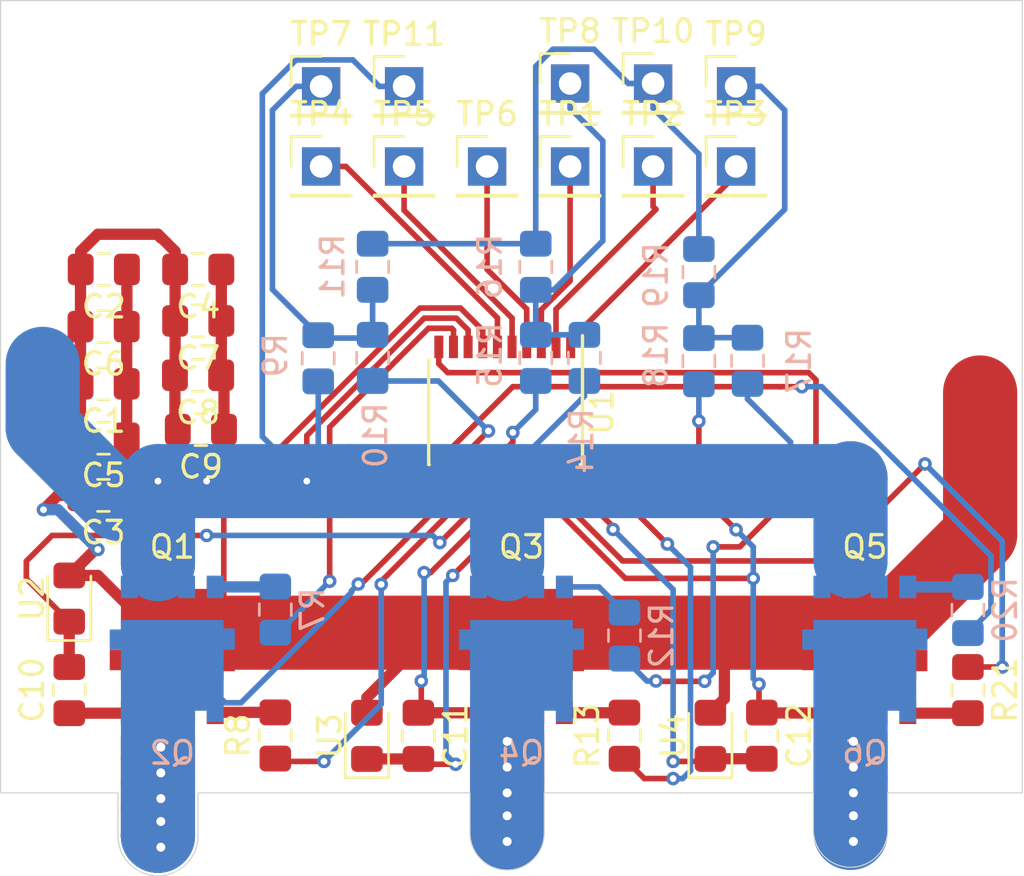
<source format=kicad_pcb>
(kicad_pcb (version 20171130) (host pcbnew "(5.1.4)-1")

  (general
    (thickness 1.6)
    (drawings 26)
    (tracks 371)
    (zones 0)
    (modules 48)
    (nets 31)
  )

  (page A4)
  (layers
    (0 F.Cu signal)
    (31 B.Cu signal)
    (32 B.Adhes user)
    (33 F.Adhes user)
    (34 B.Paste user)
    (35 F.Paste user)
    (36 B.SilkS user)
    (37 F.SilkS user)
    (38 B.Mask user)
    (39 F.Mask user)
    (40 Dwgs.User user)
    (41 Cmts.User user)
    (42 Eco1.User user)
    (43 Eco2.User user)
    (44 Edge.Cuts user)
    (45 Margin user hide)
    (46 B.CrtYd user)
    (47 F.CrtYd user)
    (48 B.Fab user)
    (49 F.Fab user hide)
  )

  (setup
    (last_trace_width 0.2)
    (user_trace_width 0.25)
    (user_trace_width 0.5)
    (user_trace_width 1)
    (user_trace_width 2)
    (user_trace_width 3)
    (user_trace_width 3.29)
    (user_trace_width 13)
    (trace_clearance 0.2)
    (zone_clearance 0.508)
    (zone_45_only no)
    (trace_min 0.2)
    (via_size 0.8)
    (via_drill 0.4)
    (via_min_size 0.4)
    (via_min_drill 0.3)
    (user_via 0.6 0.3)
    (uvia_size 0.6)
    (uvia_drill 0.3)
    (uvias_allowed no)
    (uvia_min_size 0.3)
    (uvia_min_drill 0.1)
    (edge_width 0.05)
    (segment_width 0.2)
    (pcb_text_width 0.3)
    (pcb_text_size 1.5 1.5)
    (mod_edge_width 0.12)
    (mod_text_size 1 1)
    (mod_text_width 0.15)
    (pad_size 1.524 1.524)
    (pad_drill 0.762)
    (pad_to_mask_clearance 0.051)
    (solder_mask_min_width 0.25)
    (aux_axis_origin 0 0)
    (visible_elements 7FFDFFFF)
    (pcbplotparams
      (layerselection 0x010f4_ffffffff)
      (usegerberextensions false)
      (usegerberattributes false)
      (usegerberadvancedattributes false)
      (creategerberjobfile false)
      (excludeedgelayer true)
      (linewidth 0.150000)
      (plotframeref false)
      (viasonmask false)
      (mode 1)
      (useauxorigin false)
      (hpglpennumber 1)
      (hpglpenspeed 20)
      (hpglpendiameter 15.000000)
      (psnegative false)
      (psa4output false)
      (plotreference true)
      (plotvalue false)
      (plotinvisibletext false)
      (padsonsilk false)
      (subtractmaskfromsilk false)
      (outputformat 1)
      (mirror false)
      (drillshape 0)
      (scaleselection 1)
      (outputdirectory "gerbers/"))
  )

  (net 0 "")
  (net 1 GND)
  (net 2 VCC)
  (net 3 PHASE_A)
  (net 4 "Net-(C10-Pad2)")
  (net 5 "Net-(C11-Pad2)")
  (net 6 PHASE_B)
  (net 7 PHASE_C)
  (net 8 "Net-(C12-Pad2)")
  (net 9 GL_A)
  (net 10 GH_A)
  (net 11 GL_B)
  (net 12 GH_B)
  (net 13 GL_C)
  (net 14 GH_C)
  (net 15 HIN_A)
  (net 16 HIN_B)
  (net 17 HIN_C)
  (net 18 LIN_A)
  (net 19 LIN_B)
  (net 20 LIN_C)
  (net 21 SENSE_A)
  (net 22 SENSE_COM)
  (net 23 SENSE_B)
  (net 24 SENSE_C)
  (net 25 "Net-(Q1-Pad2)")
  (net 26 "Net-(Q2-Pad2)")
  (net 27 "Net-(Q3-Pad2)")
  (net 28 "Net-(Q4-Pad2)")
  (net 29 "Net-(Q5-Pad2)")
  (net 30 "Net-(Q6-Pad2)")

  (net_class Default "This is the default net class."
    (clearance 0.2)
    (trace_width 0.2)
    (via_dia 0.8)
    (via_drill 0.4)
    (uvia_dia 0.6)
    (uvia_drill 0.3)
    (add_net GH_A)
    (add_net GH_B)
    (add_net GH_C)
    (add_net GL_A)
    (add_net GL_B)
    (add_net GL_C)
    (add_net GND)
    (add_net HIN_A)
    (add_net HIN_B)
    (add_net HIN_C)
    (add_net LIN_A)
    (add_net LIN_B)
    (add_net LIN_C)
    (add_net "Net-(C10-Pad2)")
    (add_net "Net-(C11-Pad2)")
    (add_net "Net-(C12-Pad2)")
    (add_net "Net-(Q1-Pad2)")
    (add_net "Net-(Q2-Pad2)")
    (add_net "Net-(Q3-Pad2)")
    (add_net "Net-(Q4-Pad2)")
    (add_net "Net-(Q5-Pad2)")
    (add_net "Net-(Q6-Pad2)")
    (add_net PHASE_A)
    (add_net PHASE_B)
    (add_net PHASE_C)
    (add_net SENSE_A)
    (add_net SENSE_B)
    (add_net SENSE_C)
    (add_net SENSE_COM)
    (add_net VCC)
  )

  (module Capacitor_SMD:C_0805_2012Metric_Pad1.15x1.40mm_HandSolder (layer F.Cu) (tedit 5B36C52B) (tstamp 5DBD9B8C)
    (at 42.164 100.965 180)
    (descr "Capacitor SMD 0805 (2012 Metric), square (rectangular) end terminal, IPC_7351 nominal with elongated pad for handsoldering. (Body size source: https://docs.google.com/spreadsheets/d/1BsfQQcO9C6DZCsRaXUlFlo91Tg2WpOkGARC1WS5S8t0/edit?usp=sharing), generated with kicad-footprint-generator")
    (tags "capacitor handsolder")
    (path /5DC13B83)
    (attr smd)
    (fp_text reference C1 (at 0 -1.65) (layer F.SilkS)
      (effects (font (size 1 1) (thickness 0.15)))
    )
    (fp_text value 100nF (at 0 1.65) (layer F.Fab)
      (effects (font (size 1 1) (thickness 0.15)))
    )
    (fp_text user %R (at 0 0) (layer F.Fab)
      (effects (font (size 0.5 0.5) (thickness 0.08)))
    )
    (fp_line (start 1.85 0.95) (end -1.85 0.95) (layer F.CrtYd) (width 0.05))
    (fp_line (start 1.85 -0.95) (end 1.85 0.95) (layer F.CrtYd) (width 0.05))
    (fp_line (start -1.85 -0.95) (end 1.85 -0.95) (layer F.CrtYd) (width 0.05))
    (fp_line (start -1.85 0.95) (end -1.85 -0.95) (layer F.CrtYd) (width 0.05))
    (fp_line (start -0.261252 0.71) (end 0.261252 0.71) (layer F.SilkS) (width 0.12))
    (fp_line (start -0.261252 -0.71) (end 0.261252 -0.71) (layer F.SilkS) (width 0.12))
    (fp_line (start 1 0.6) (end -1 0.6) (layer F.Fab) (width 0.1))
    (fp_line (start 1 -0.6) (end 1 0.6) (layer F.Fab) (width 0.1))
    (fp_line (start -1 -0.6) (end 1 -0.6) (layer F.Fab) (width 0.1))
    (fp_line (start -1 0.6) (end -1 -0.6) (layer F.Fab) (width 0.1))
    (pad 2 smd roundrect (at 1.025 0 180) (size 1.15 1.4) (layers F.Cu F.Paste F.Mask) (roundrect_rratio 0.217391)
      (net 2 VCC))
    (pad 1 smd roundrect (at -1.025 0 180) (size 1.15 1.4) (layers F.Cu F.Paste F.Mask) (roundrect_rratio 0.217391)
      (net 1 GND))
    (model ${KISYS3DMOD}/Capacitor_SMD.3dshapes/C_0805_2012Metric.wrl
      (at (xyz 0 0 0))
      (scale (xyz 1 1 1))
      (rotate (xyz 0 0 0))
    )
  )

  (module Capacitor_SMD:C_0805_2012Metric_Pad1.15x1.40mm_HandSolder (layer F.Cu) (tedit 5B36C52B) (tstamp 5DBD9B9D)
    (at 42.173 95.885 180)
    (descr "Capacitor SMD 0805 (2012 Metric), square (rectangular) end terminal, IPC_7351 nominal with elongated pad for handsoldering. (Body size source: https://docs.google.com/spreadsheets/d/1BsfQQcO9C6DZCsRaXUlFlo91Tg2WpOkGARC1WS5S8t0/edit?usp=sharing), generated with kicad-footprint-generator")
    (tags "capacitor handsolder")
    (path /5DC1228A)
    (attr smd)
    (fp_text reference C2 (at 0 -1.65) (layer F.SilkS)
      (effects (font (size 1 1) (thickness 0.15)))
    )
    (fp_text value 100nF (at 0 1.65) (layer F.Fab)
      (effects (font (size 1 1) (thickness 0.15)))
    )
    (fp_line (start -1 0.6) (end -1 -0.6) (layer F.Fab) (width 0.1))
    (fp_line (start -1 -0.6) (end 1 -0.6) (layer F.Fab) (width 0.1))
    (fp_line (start 1 -0.6) (end 1 0.6) (layer F.Fab) (width 0.1))
    (fp_line (start 1 0.6) (end -1 0.6) (layer F.Fab) (width 0.1))
    (fp_line (start -0.261252 -0.71) (end 0.261252 -0.71) (layer F.SilkS) (width 0.12))
    (fp_line (start -0.261252 0.71) (end 0.261252 0.71) (layer F.SilkS) (width 0.12))
    (fp_line (start -1.85 0.95) (end -1.85 -0.95) (layer F.CrtYd) (width 0.05))
    (fp_line (start -1.85 -0.95) (end 1.85 -0.95) (layer F.CrtYd) (width 0.05))
    (fp_line (start 1.85 -0.95) (end 1.85 0.95) (layer F.CrtYd) (width 0.05))
    (fp_line (start 1.85 0.95) (end -1.85 0.95) (layer F.CrtYd) (width 0.05))
    (fp_text user %R (at 0 0) (layer F.Fab)
      (effects (font (size 0.5 0.5) (thickness 0.08)))
    )
    (pad 1 smd roundrect (at -1.025 0 180) (size 1.15 1.4) (layers F.Cu F.Paste F.Mask) (roundrect_rratio 0.217391)
      (net 1 GND))
    (pad 2 smd roundrect (at 1.025 0 180) (size 1.15 1.4) (layers F.Cu F.Paste F.Mask) (roundrect_rratio 0.217391)
      (net 2 VCC))
    (model ${KISYS3DMOD}/Capacitor_SMD.3dshapes/C_0805_2012Metric.wrl
      (at (xyz 0 0 0))
      (scale (xyz 1 1 1))
      (rotate (xyz 0 0 0))
    )
  )

  (module Capacitor_SMD:C_0805_2012Metric_Pad1.15x1.40mm_HandSolder (layer F.Cu) (tedit 5B36C52B) (tstamp 5DBD9BAE)
    (at 42.155 105.918 180)
    (descr "Capacitor SMD 0805 (2012 Metric), square (rectangular) end terminal, IPC_7351 nominal with elongated pad for handsoldering. (Body size source: https://docs.google.com/spreadsheets/d/1BsfQQcO9C6DZCsRaXUlFlo91Tg2WpOkGARC1WS5S8t0/edit?usp=sharing), generated with kicad-footprint-generator")
    (tags "capacitor handsolder")
    (path /5DC125F3)
    (attr smd)
    (fp_text reference C3 (at 0 -1.65) (layer F.SilkS)
      (effects (font (size 1 1) (thickness 0.15)))
    )
    (fp_text value 100nF (at 0 1.65) (layer F.Fab)
      (effects (font (size 1 1) (thickness 0.15)))
    )
    (fp_text user %R (at 0 0) (layer F.Fab)
      (effects (font (size 0.5 0.5) (thickness 0.08)))
    )
    (fp_line (start 1.85 0.95) (end -1.85 0.95) (layer F.CrtYd) (width 0.05))
    (fp_line (start 1.85 -0.95) (end 1.85 0.95) (layer F.CrtYd) (width 0.05))
    (fp_line (start -1.85 -0.95) (end 1.85 -0.95) (layer F.CrtYd) (width 0.05))
    (fp_line (start -1.85 0.95) (end -1.85 -0.95) (layer F.CrtYd) (width 0.05))
    (fp_line (start -0.261252 0.71) (end 0.261252 0.71) (layer F.SilkS) (width 0.12))
    (fp_line (start -0.261252 -0.71) (end 0.261252 -0.71) (layer F.SilkS) (width 0.12))
    (fp_line (start 1 0.6) (end -1 0.6) (layer F.Fab) (width 0.1))
    (fp_line (start 1 -0.6) (end 1 0.6) (layer F.Fab) (width 0.1))
    (fp_line (start -1 -0.6) (end 1 -0.6) (layer F.Fab) (width 0.1))
    (fp_line (start -1 0.6) (end -1 -0.6) (layer F.Fab) (width 0.1))
    (pad 2 smd roundrect (at 1.025 0 180) (size 1.15 1.4) (layers F.Cu F.Paste F.Mask) (roundrect_rratio 0.217391)
      (net 2 VCC))
    (pad 1 smd roundrect (at -1.025 0 180) (size 1.15 1.4) (layers F.Cu F.Paste F.Mask) (roundrect_rratio 0.217391)
      (net 1 GND))
    (model ${KISYS3DMOD}/Capacitor_SMD.3dshapes/C_0805_2012Metric.wrl
      (at (xyz 0 0 0))
      (scale (xyz 1 1 1))
      (rotate (xyz 0 0 0))
    )
  )

  (module Capacitor_SMD:C_0805_2012Metric_Pad1.15x1.40mm_HandSolder (layer F.Cu) (tedit 5B36C52B) (tstamp 5DBD9BBF)
    (at 46.364 95.885 180)
    (descr "Capacitor SMD 0805 (2012 Metric), square (rectangular) end terminal, IPC_7351 nominal with elongated pad for handsoldering. (Body size source: https://docs.google.com/spreadsheets/d/1BsfQQcO9C6DZCsRaXUlFlo91Tg2WpOkGARC1WS5S8t0/edit?usp=sharing), generated with kicad-footprint-generator")
    (tags "capacitor handsolder")
    (path /5DC12BF2)
    (attr smd)
    (fp_text reference C4 (at 0 -1.65) (layer F.SilkS)
      (effects (font (size 1 1) (thickness 0.15)))
    )
    (fp_text value 100nF (at 0 1.65) (layer F.Fab)
      (effects (font (size 1 1) (thickness 0.15)))
    )
    (fp_line (start -1 0.6) (end -1 -0.6) (layer F.Fab) (width 0.1))
    (fp_line (start -1 -0.6) (end 1 -0.6) (layer F.Fab) (width 0.1))
    (fp_line (start 1 -0.6) (end 1 0.6) (layer F.Fab) (width 0.1))
    (fp_line (start 1 0.6) (end -1 0.6) (layer F.Fab) (width 0.1))
    (fp_line (start -0.261252 -0.71) (end 0.261252 -0.71) (layer F.SilkS) (width 0.12))
    (fp_line (start -0.261252 0.71) (end 0.261252 0.71) (layer F.SilkS) (width 0.12))
    (fp_line (start -1.85 0.95) (end -1.85 -0.95) (layer F.CrtYd) (width 0.05))
    (fp_line (start -1.85 -0.95) (end 1.85 -0.95) (layer F.CrtYd) (width 0.05))
    (fp_line (start 1.85 -0.95) (end 1.85 0.95) (layer F.CrtYd) (width 0.05))
    (fp_line (start 1.85 0.95) (end -1.85 0.95) (layer F.CrtYd) (width 0.05))
    (fp_text user %R (at 0 0) (layer F.Fab)
      (effects (font (size 0.5 0.5) (thickness 0.08)))
    )
    (pad 1 smd roundrect (at -1.025 0 180) (size 1.15 1.4) (layers F.Cu F.Paste F.Mask) (roundrect_rratio 0.217391)
      (net 1 GND))
    (pad 2 smd roundrect (at 1.025 0 180) (size 1.15 1.4) (layers F.Cu F.Paste F.Mask) (roundrect_rratio 0.217391)
      (net 2 VCC))
    (model ${KISYS3DMOD}/Capacitor_SMD.3dshapes/C_0805_2012Metric.wrl
      (at (xyz 0 0 0))
      (scale (xyz 1 1 1))
      (rotate (xyz 0 0 0))
    )
  )

  (module Capacitor_SMD:C_0805_2012Metric_Pad1.15x1.40mm_HandSolder (layer F.Cu) (tedit 5B36C52B) (tstamp 5DBD9BD0)
    (at 42.164 103.378 180)
    (descr "Capacitor SMD 0805 (2012 Metric), square (rectangular) end terminal, IPC_7351 nominal with elongated pad for handsoldering. (Body size source: https://docs.google.com/spreadsheets/d/1BsfQQcO9C6DZCsRaXUlFlo91Tg2WpOkGARC1WS5S8t0/edit?usp=sharing), generated with kicad-footprint-generator")
    (tags "capacitor handsolder")
    (path /5DC12FD4)
    (attr smd)
    (fp_text reference C5 (at 0 -1.65) (layer F.SilkS)
      (effects (font (size 1 1) (thickness 0.15)))
    )
    (fp_text value 100nF (at 0 1.65) (layer F.Fab)
      (effects (font (size 1 1) (thickness 0.15)))
    )
    (fp_text user %R (at 0 0) (layer F.Fab)
      (effects (font (size 0.5 0.5) (thickness 0.08)))
    )
    (fp_line (start 1.85 0.95) (end -1.85 0.95) (layer F.CrtYd) (width 0.05))
    (fp_line (start 1.85 -0.95) (end 1.85 0.95) (layer F.CrtYd) (width 0.05))
    (fp_line (start -1.85 -0.95) (end 1.85 -0.95) (layer F.CrtYd) (width 0.05))
    (fp_line (start -1.85 0.95) (end -1.85 -0.95) (layer F.CrtYd) (width 0.05))
    (fp_line (start -0.261252 0.71) (end 0.261252 0.71) (layer F.SilkS) (width 0.12))
    (fp_line (start -0.261252 -0.71) (end 0.261252 -0.71) (layer F.SilkS) (width 0.12))
    (fp_line (start 1 0.6) (end -1 0.6) (layer F.Fab) (width 0.1))
    (fp_line (start 1 -0.6) (end 1 0.6) (layer F.Fab) (width 0.1))
    (fp_line (start -1 -0.6) (end 1 -0.6) (layer F.Fab) (width 0.1))
    (fp_line (start -1 0.6) (end -1 -0.6) (layer F.Fab) (width 0.1))
    (pad 2 smd roundrect (at 1.025 0 180) (size 1.15 1.4) (layers F.Cu F.Paste F.Mask) (roundrect_rratio 0.217391)
      (net 2 VCC))
    (pad 1 smd roundrect (at -1.025 0 180) (size 1.15 1.4) (layers F.Cu F.Paste F.Mask) (roundrect_rratio 0.217391)
      (net 1 GND))
    (model ${KISYS3DMOD}/Capacitor_SMD.3dshapes/C_0805_2012Metric.wrl
      (at (xyz 0 0 0))
      (scale (xyz 1 1 1))
      (rotate (xyz 0 0 0))
    )
  )

  (module Capacitor_SMD:C_0805_2012Metric_Pad1.15x1.40mm_HandSolder (layer F.Cu) (tedit 5B36C52B) (tstamp 5DBD9BE1)
    (at 42.164 98.425 180)
    (descr "Capacitor SMD 0805 (2012 Metric), square (rectangular) end terminal, IPC_7351 nominal with elongated pad for handsoldering. (Body size source: https://docs.google.com/spreadsheets/d/1BsfQQcO9C6DZCsRaXUlFlo91Tg2WpOkGARC1WS5S8t0/edit?usp=sharing), generated with kicad-footprint-generator")
    (tags "capacitor handsolder")
    (path /5DC13331)
    (attr smd)
    (fp_text reference C6 (at 0 -1.65) (layer F.SilkS)
      (effects (font (size 1 1) (thickness 0.15)))
    )
    (fp_text value 100nF (at 0 1.65) (layer F.Fab)
      (effects (font (size 1 1) (thickness 0.15)))
    )
    (fp_line (start -1 0.6) (end -1 -0.6) (layer F.Fab) (width 0.1))
    (fp_line (start -1 -0.6) (end 1 -0.6) (layer F.Fab) (width 0.1))
    (fp_line (start 1 -0.6) (end 1 0.6) (layer F.Fab) (width 0.1))
    (fp_line (start 1 0.6) (end -1 0.6) (layer F.Fab) (width 0.1))
    (fp_line (start -0.261252 -0.71) (end 0.261252 -0.71) (layer F.SilkS) (width 0.12))
    (fp_line (start -0.261252 0.71) (end 0.261252 0.71) (layer F.SilkS) (width 0.12))
    (fp_line (start -1.85 0.95) (end -1.85 -0.95) (layer F.CrtYd) (width 0.05))
    (fp_line (start -1.85 -0.95) (end 1.85 -0.95) (layer F.CrtYd) (width 0.05))
    (fp_line (start 1.85 -0.95) (end 1.85 0.95) (layer F.CrtYd) (width 0.05))
    (fp_line (start 1.85 0.95) (end -1.85 0.95) (layer F.CrtYd) (width 0.05))
    (fp_text user %R (at 0 0) (layer F.Fab)
      (effects (font (size 0.5 0.5) (thickness 0.08)))
    )
    (pad 1 smd roundrect (at -1.025 0 180) (size 1.15 1.4) (layers F.Cu F.Paste F.Mask) (roundrect_rratio 0.217391)
      (net 1 GND))
    (pad 2 smd roundrect (at 1.025 0 180) (size 1.15 1.4) (layers F.Cu F.Paste F.Mask) (roundrect_rratio 0.217391)
      (net 2 VCC))
    (model ${KISYS3DMOD}/Capacitor_SMD.3dshapes/C_0805_2012Metric.wrl
      (at (xyz 0 0 0))
      (scale (xyz 1 1 1))
      (rotate (xyz 0 0 0))
    )
  )

  (module Capacitor_SMD:C_0805_2012Metric_Pad1.15x1.40mm_HandSolder (layer F.Cu) (tedit 5B36C52B) (tstamp 5DBD9BF2)
    (at 46.364 98.171 180)
    (descr "Capacitor SMD 0805 (2012 Metric), square (rectangular) end terminal, IPC_7351 nominal with elongated pad for handsoldering. (Body size source: https://docs.google.com/spreadsheets/d/1BsfQQcO9C6DZCsRaXUlFlo91Tg2WpOkGARC1WS5S8t0/edit?usp=sharing), generated with kicad-footprint-generator")
    (tags "capacitor handsolder")
    (path /5E24D435)
    (attr smd)
    (fp_text reference C7 (at 0 -1.65) (layer F.SilkS)
      (effects (font (size 1 1) (thickness 0.15)))
    )
    (fp_text value 1uF (at 0 1.65) (layer F.Fab)
      (effects (font (size 1 1) (thickness 0.15)))
    )
    (fp_line (start -1 0.6) (end -1 -0.6) (layer F.Fab) (width 0.1))
    (fp_line (start -1 -0.6) (end 1 -0.6) (layer F.Fab) (width 0.1))
    (fp_line (start 1 -0.6) (end 1 0.6) (layer F.Fab) (width 0.1))
    (fp_line (start 1 0.6) (end -1 0.6) (layer F.Fab) (width 0.1))
    (fp_line (start -0.261252 -0.71) (end 0.261252 -0.71) (layer F.SilkS) (width 0.12))
    (fp_line (start -0.261252 0.71) (end 0.261252 0.71) (layer F.SilkS) (width 0.12))
    (fp_line (start -1.85 0.95) (end -1.85 -0.95) (layer F.CrtYd) (width 0.05))
    (fp_line (start -1.85 -0.95) (end 1.85 -0.95) (layer F.CrtYd) (width 0.05))
    (fp_line (start 1.85 -0.95) (end 1.85 0.95) (layer F.CrtYd) (width 0.05))
    (fp_line (start 1.85 0.95) (end -1.85 0.95) (layer F.CrtYd) (width 0.05))
    (fp_text user %R (at 0 0) (layer F.Fab)
      (effects (font (size 0.5 0.5) (thickness 0.08)))
    )
    (pad 1 smd roundrect (at -1.025 0 180) (size 1.15 1.4) (layers F.Cu F.Paste F.Mask) (roundrect_rratio 0.217391)
      (net 1 GND))
    (pad 2 smd roundrect (at 1.025 0 180) (size 1.15 1.4) (layers F.Cu F.Paste F.Mask) (roundrect_rratio 0.217391)
      (net 2 VCC))
    (model ${KISYS3DMOD}/Capacitor_SMD.3dshapes/C_0805_2012Metric.wrl
      (at (xyz 0 0 0))
      (scale (xyz 1 1 1))
      (rotate (xyz 0 0 0))
    )
  )

  (module Capacitor_SMD:C_0805_2012Metric_Pad1.15x1.40mm_HandSolder (layer F.Cu) (tedit 5B36C52B) (tstamp 5DBD9C03)
    (at 46.355 100.584 180)
    (descr "Capacitor SMD 0805 (2012 Metric), square (rectangular) end terminal, IPC_7351 nominal with elongated pad for handsoldering. (Body size source: https://docs.google.com/spreadsheets/d/1BsfQQcO9C6DZCsRaXUlFlo91Tg2WpOkGARC1WS5S8t0/edit?usp=sharing), generated with kicad-footprint-generator")
    (tags "capacitor handsolder")
    (path /5E24DA6C)
    (attr smd)
    (fp_text reference C8 (at 0 -1.65) (layer F.SilkS)
      (effects (font (size 1 1) (thickness 0.15)))
    )
    (fp_text value 1uF (at 0 1.65) (layer F.Fab)
      (effects (font (size 1 1) (thickness 0.15)))
    )
    (fp_text user %R (at 0 0) (layer F.Fab)
      (effects (font (size 0.5 0.5) (thickness 0.08)))
    )
    (fp_line (start 1.85 0.95) (end -1.85 0.95) (layer F.CrtYd) (width 0.05))
    (fp_line (start 1.85 -0.95) (end 1.85 0.95) (layer F.CrtYd) (width 0.05))
    (fp_line (start -1.85 -0.95) (end 1.85 -0.95) (layer F.CrtYd) (width 0.05))
    (fp_line (start -1.85 0.95) (end -1.85 -0.95) (layer F.CrtYd) (width 0.05))
    (fp_line (start -0.261252 0.71) (end 0.261252 0.71) (layer F.SilkS) (width 0.12))
    (fp_line (start -0.261252 -0.71) (end 0.261252 -0.71) (layer F.SilkS) (width 0.12))
    (fp_line (start 1 0.6) (end -1 0.6) (layer F.Fab) (width 0.1))
    (fp_line (start 1 -0.6) (end 1 0.6) (layer F.Fab) (width 0.1))
    (fp_line (start -1 -0.6) (end 1 -0.6) (layer F.Fab) (width 0.1))
    (fp_line (start -1 0.6) (end -1 -0.6) (layer F.Fab) (width 0.1))
    (pad 2 smd roundrect (at 1.025 0 180) (size 1.15 1.4) (layers F.Cu F.Paste F.Mask) (roundrect_rratio 0.217391)
      (net 2 VCC))
    (pad 1 smd roundrect (at -1.025 0 180) (size 1.15 1.4) (layers F.Cu F.Paste F.Mask) (roundrect_rratio 0.217391)
      (net 1 GND))
    (model ${KISYS3DMOD}/Capacitor_SMD.3dshapes/C_0805_2012Metric.wrl
      (at (xyz 0 0 0))
      (scale (xyz 1 1 1))
      (rotate (xyz 0 0 0))
    )
  )

  (module Capacitor_SMD:C_0805_2012Metric_Pad1.15x1.40mm_HandSolder (layer F.Cu) (tedit 5B36C52B) (tstamp 5DBD9C14)
    (at 46.482 102.997 180)
    (descr "Capacitor SMD 0805 (2012 Metric), square (rectangular) end terminal, IPC_7351 nominal with elongated pad for handsoldering. (Body size source: https://docs.google.com/spreadsheets/d/1BsfQQcO9C6DZCsRaXUlFlo91Tg2WpOkGARC1WS5S8t0/edit?usp=sharing), generated with kicad-footprint-generator")
    (tags "capacitor handsolder")
    (path /5E24E372)
    (attr smd)
    (fp_text reference C9 (at 0 -1.65) (layer F.SilkS)
      (effects (font (size 1 1) (thickness 0.15)))
    )
    (fp_text value 1uF (at 0 1.65) (layer F.Fab)
      (effects (font (size 1 1) (thickness 0.15)))
    )
    (fp_line (start -1 0.6) (end -1 -0.6) (layer F.Fab) (width 0.1))
    (fp_line (start -1 -0.6) (end 1 -0.6) (layer F.Fab) (width 0.1))
    (fp_line (start 1 -0.6) (end 1 0.6) (layer F.Fab) (width 0.1))
    (fp_line (start 1 0.6) (end -1 0.6) (layer F.Fab) (width 0.1))
    (fp_line (start -0.261252 -0.71) (end 0.261252 -0.71) (layer F.SilkS) (width 0.12))
    (fp_line (start -0.261252 0.71) (end 0.261252 0.71) (layer F.SilkS) (width 0.12))
    (fp_line (start -1.85 0.95) (end -1.85 -0.95) (layer F.CrtYd) (width 0.05))
    (fp_line (start -1.85 -0.95) (end 1.85 -0.95) (layer F.CrtYd) (width 0.05))
    (fp_line (start 1.85 -0.95) (end 1.85 0.95) (layer F.CrtYd) (width 0.05))
    (fp_line (start 1.85 0.95) (end -1.85 0.95) (layer F.CrtYd) (width 0.05))
    (fp_text user %R (at 0 0) (layer F.Fab)
      (effects (font (size 0.5 0.5) (thickness 0.08)))
    )
    (pad 1 smd roundrect (at -1.025 0 180) (size 1.15 1.4) (layers F.Cu F.Paste F.Mask) (roundrect_rratio 0.217391)
      (net 1 GND))
    (pad 2 smd roundrect (at 1.025 0 180) (size 1.15 1.4) (layers F.Cu F.Paste F.Mask) (roundrect_rratio 0.217391)
      (net 2 VCC))
    (model ${KISYS3DMOD}/Capacitor_SMD.3dshapes/C_0805_2012Metric.wrl
      (at (xyz 0 0 0))
      (scale (xyz 1 1 1))
      (rotate (xyz 0 0 0))
    )
  )

  (module Capacitor_SMD:C_0805_2012Metric_Pad1.15x1.40mm_HandSolder (layer F.Cu) (tedit 5B36C52B) (tstamp 5DBD9C25)
    (at 40.64 114.563 90)
    (descr "Capacitor SMD 0805 (2012 Metric), square (rectangular) end terminal, IPC_7351 nominal with elongated pad for handsoldering. (Body size source: https://docs.google.com/spreadsheets/d/1BsfQQcO9C6DZCsRaXUlFlo91Tg2WpOkGARC1WS5S8t0/edit?usp=sharing), generated with kicad-footprint-generator")
    (tags "capacitor handsolder")
    (path /5E1E7DD1)
    (attr smd)
    (fp_text reference C10 (at 0 -1.65 90) (layer F.SilkS)
      (effects (font (size 1 1) (thickness 0.15)))
    )
    (fp_text value 100nF (at 0 1.65 90) (layer F.Fab)
      (effects (font (size 1 1) (thickness 0.15)))
    )
    (fp_text user %R (at 0 0 90) (layer F.Fab)
      (effects (font (size 0.5 0.5) (thickness 0.08)))
    )
    (fp_line (start 1.85 0.95) (end -1.85 0.95) (layer F.CrtYd) (width 0.05))
    (fp_line (start 1.85 -0.95) (end 1.85 0.95) (layer F.CrtYd) (width 0.05))
    (fp_line (start -1.85 -0.95) (end 1.85 -0.95) (layer F.CrtYd) (width 0.05))
    (fp_line (start -1.85 0.95) (end -1.85 -0.95) (layer F.CrtYd) (width 0.05))
    (fp_line (start -0.261252 0.71) (end 0.261252 0.71) (layer F.SilkS) (width 0.12))
    (fp_line (start -0.261252 -0.71) (end 0.261252 -0.71) (layer F.SilkS) (width 0.12))
    (fp_line (start 1 0.6) (end -1 0.6) (layer F.Fab) (width 0.1))
    (fp_line (start 1 -0.6) (end 1 0.6) (layer F.Fab) (width 0.1))
    (fp_line (start -1 -0.6) (end 1 -0.6) (layer F.Fab) (width 0.1))
    (fp_line (start -1 0.6) (end -1 -0.6) (layer F.Fab) (width 0.1))
    (pad 2 smd roundrect (at 1.025 0 90) (size 1.15 1.4) (layers F.Cu F.Paste F.Mask) (roundrect_rratio 0.217391)
      (net 4 "Net-(C10-Pad2)"))
    (pad 1 smd roundrect (at -1.025 0 90) (size 1.15 1.4) (layers F.Cu F.Paste F.Mask) (roundrect_rratio 0.217391)
      (net 3 PHASE_A))
    (model ${KISYS3DMOD}/Capacitor_SMD.3dshapes/C_0805_2012Metric.wrl
      (at (xyz 0 0 0))
      (scale (xyz 1 1 1))
      (rotate (xyz 0 0 0))
    )
  )

  (module Capacitor_SMD:C_0805_2012Metric_Pad1.15x1.40mm_HandSolder (layer F.Cu) (tedit 5B36C52B) (tstamp 5DBD9C36)
    (at 56.134 116.595 270)
    (descr "Capacitor SMD 0805 (2012 Metric), square (rectangular) end terminal, IPC_7351 nominal with elongated pad for handsoldering. (Body size source: https://docs.google.com/spreadsheets/d/1BsfQQcO9C6DZCsRaXUlFlo91Tg2WpOkGARC1WS5S8t0/edit?usp=sharing), generated with kicad-footprint-generator")
    (tags "capacitor handsolder")
    (path /5E1E5795)
    (attr smd)
    (fp_text reference C11 (at 0 -1.65 90) (layer F.SilkS)
      (effects (font (size 1 1) (thickness 0.15)))
    )
    (fp_text value 100nF (at 0 1.65 90) (layer F.Fab)
      (effects (font (size 1 1) (thickness 0.15)))
    )
    (fp_line (start -1 0.6) (end -1 -0.6) (layer F.Fab) (width 0.1))
    (fp_line (start -1 -0.6) (end 1 -0.6) (layer F.Fab) (width 0.1))
    (fp_line (start 1 -0.6) (end 1 0.6) (layer F.Fab) (width 0.1))
    (fp_line (start 1 0.6) (end -1 0.6) (layer F.Fab) (width 0.1))
    (fp_line (start -0.261252 -0.71) (end 0.261252 -0.71) (layer F.SilkS) (width 0.12))
    (fp_line (start -0.261252 0.71) (end 0.261252 0.71) (layer F.SilkS) (width 0.12))
    (fp_line (start -1.85 0.95) (end -1.85 -0.95) (layer F.CrtYd) (width 0.05))
    (fp_line (start -1.85 -0.95) (end 1.85 -0.95) (layer F.CrtYd) (width 0.05))
    (fp_line (start 1.85 -0.95) (end 1.85 0.95) (layer F.CrtYd) (width 0.05))
    (fp_line (start 1.85 0.95) (end -1.85 0.95) (layer F.CrtYd) (width 0.05))
    (fp_text user %R (at 0 0 90) (layer F.Fab)
      (effects (font (size 0.5 0.5) (thickness 0.08)))
    )
    (pad 1 smd roundrect (at -1.025 0 270) (size 1.15 1.4) (layers F.Cu F.Paste F.Mask) (roundrect_rratio 0.217391)
      (net 6 PHASE_B))
    (pad 2 smd roundrect (at 1.025 0 270) (size 1.15 1.4) (layers F.Cu F.Paste F.Mask) (roundrect_rratio 0.217391)
      (net 5 "Net-(C11-Pad2)"))
    (model ${KISYS3DMOD}/Capacitor_SMD.3dshapes/C_0805_2012Metric.wrl
      (at (xyz 0 0 0))
      (scale (xyz 1 1 1))
      (rotate (xyz 0 0 0))
    )
  )

  (module Capacitor_SMD:C_0805_2012Metric_Pad1.15x1.40mm_HandSolder (layer F.Cu) (tedit 5B36C52B) (tstamp 5DBD9C47)
    (at 71.374 116.586 270)
    (descr "Capacitor SMD 0805 (2012 Metric), square (rectangular) end terminal, IPC_7351 nominal with elongated pad for handsoldering. (Body size source: https://docs.google.com/spreadsheets/d/1BsfQQcO9C6DZCsRaXUlFlo91Tg2WpOkGARC1WS5S8t0/edit?usp=sharing), generated with kicad-footprint-generator")
    (tags "capacitor handsolder")
    (path /5E1DF121)
    (attr smd)
    (fp_text reference C12 (at 0 -1.65 90) (layer F.SilkS)
      (effects (font (size 1 1) (thickness 0.15)))
    )
    (fp_text value 100nF (at 0 1.65 90) (layer F.Fab)
      (effects (font (size 1 1) (thickness 0.15)))
    )
    (fp_text user %R (at 0 0 90) (layer F.Fab)
      (effects (font (size 0.5 0.5) (thickness 0.08)))
    )
    (fp_line (start 1.85 0.95) (end -1.85 0.95) (layer F.CrtYd) (width 0.05))
    (fp_line (start 1.85 -0.95) (end 1.85 0.95) (layer F.CrtYd) (width 0.05))
    (fp_line (start -1.85 -0.95) (end 1.85 -0.95) (layer F.CrtYd) (width 0.05))
    (fp_line (start -1.85 0.95) (end -1.85 -0.95) (layer F.CrtYd) (width 0.05))
    (fp_line (start -0.261252 0.71) (end 0.261252 0.71) (layer F.SilkS) (width 0.12))
    (fp_line (start -0.261252 -0.71) (end 0.261252 -0.71) (layer F.SilkS) (width 0.12))
    (fp_line (start 1 0.6) (end -1 0.6) (layer F.Fab) (width 0.1))
    (fp_line (start 1 -0.6) (end 1 0.6) (layer F.Fab) (width 0.1))
    (fp_line (start -1 -0.6) (end 1 -0.6) (layer F.Fab) (width 0.1))
    (fp_line (start -1 0.6) (end -1 -0.6) (layer F.Fab) (width 0.1))
    (pad 2 smd roundrect (at 1.025 0 270) (size 1.15 1.4) (layers F.Cu F.Paste F.Mask) (roundrect_rratio 0.217391)
      (net 8 "Net-(C12-Pad2)"))
    (pad 1 smd roundrect (at -1.025 0 270) (size 1.15 1.4) (layers F.Cu F.Paste F.Mask) (roundrect_rratio 0.217391)
      (net 7 PHASE_C))
    (model ${KISYS3DMOD}/Capacitor_SMD.3dshapes/C_0805_2012Metric.wrl
      (at (xyz 0 0 0))
      (scale (xyz 1 1 1))
      (rotate (xyz 0 0 0))
    )
  )

  (module half_bridge_fd6288_v1:NTMS5C430 (layer F.Cu) (tedit 5DB48D0D) (tstamp 5DBD9C55)
    (at 45.212 112.776)
    (path /5E13F7CD)
    (fp_text reference Q1 (at 0 -4.572) (layer F.SilkS)
      (effects (font (size 1 1) (thickness 0.15)))
    )
    (fp_text value Q_NMOS_DGS (at 0 4.826) (layer F.Fab)
      (effects (font (size 1 1) (thickness 0.15)))
    )
    (fp_line (start -3.048 3.556) (end -3.048 0) (layer B.CrtYd) (width 0.12))
    (fp_line (start 3.048 3.556) (end -3.048 3.556) (layer B.CrtYd) (width 0.12))
    (fp_line (start 3.048 -3.556) (end 3.048 3.556) (layer B.CrtYd) (width 0.12))
    (fp_line (start -3.048 -3.556) (end 3.048 -3.556) (layer B.CrtYd) (width 0.12))
    (fp_line (start -3.048 0) (end -3.048 -3.556) (layer B.CrtYd) (width 0.12))
    (pad 3 smd rect (at -1.905 2.795) (size 0.75 1) (layers F.Cu F.Paste F.Mask)
      (net 3 PHASE_A) (zone_connect 0))
    (pad 3 smd rect (at -0.635 2.795) (size 0.75 1) (layers F.Cu F.Paste F.Mask)
      (net 3 PHASE_A) (zone_connect 0))
    (pad 3 smd rect (at 0.635 2.795) (size 0.75 1) (layers F.Cu F.Paste F.Mask)
      (net 3 PHASE_A) (zone_connect 0))
    (pad 2 smd rect (at 1.905 2.795) (size 0.75 1) (layers F.Cu F.Paste F.Mask)
      (net 25 "Net-(Q1-Pad2)") (zone_connect 0))
    (pad 1 smd custom (at 0 0) (size 1.524 1.524) (layers F.Cu F.Paste F.Mask)
      (net 2 VCC) (zone_connect 0)
      (options (clearance outline) (anchor rect))
      (primitives
        (gr_poly (pts
           (xy 2.28 1.33) (xy 2.28 0.95) (xy 2.775 0.95) (xy 2.775 0) (xy 2.28 0)
           (xy 2.28 -3.2) (xy 1.53 -3.2) (xy 1.53 -2.705) (xy -1.53 -2.705) (xy -1.53 -3.2)
           (xy -2.28 -3.2) (xy -2.28 0) (xy -2.775 0) (xy -2.775 0.905) (xy -2.28 0.905)
           (xy -2.28 1.33)) (width 0))
      ))
  )

  (module half_bridge_fd6288_v1:NTMS5C430 (layer B.Cu) (tedit 5DB48D0D) (tstamp 5DBD9C63)
    (at 45.212 112.776)
    (path /5E140447)
    (fp_text reference Q2 (at 0 4.572) (layer B.SilkS)
      (effects (font (size 1 1) (thickness 0.15)) (justify mirror))
    )
    (fp_text value Q_NMOS_DGS (at 0 -4.826) (layer B.Fab)
      (effects (font (size 1 1) (thickness 0.15)) (justify mirror))
    )
    (fp_line (start -3.048 0) (end -3.048 3.556) (layer F.CrtYd) (width 0.12))
    (fp_line (start -3.048 3.556) (end 3.048 3.556) (layer F.CrtYd) (width 0.12))
    (fp_line (start 3.048 3.556) (end 3.048 -3.556) (layer F.CrtYd) (width 0.12))
    (fp_line (start 3.048 -3.556) (end -3.048 -3.556) (layer F.CrtYd) (width 0.12))
    (fp_line (start -3.048 -3.556) (end -3.048 0) (layer F.CrtYd) (width 0.12))
    (pad 1 smd custom (at 0 0) (size 1.524 1.524) (layers B.Cu B.Paste B.Mask)
      (net 3 PHASE_A) (zone_connect 0)
      (options (clearance outline) (anchor rect))
      (primitives
        (gr_poly (pts
           (xy 2.28 -1.33) (xy 2.28 -0.95) (xy 2.775 -0.95) (xy 2.775 0) (xy 2.28 0)
           (xy 2.28 3.2) (xy 1.53 3.2) (xy 1.53 2.705) (xy -1.53 2.705) (xy -1.53 3.2)
           (xy -2.28 3.2) (xy -2.28 0) (xy -2.775 0) (xy -2.775 -0.905) (xy -2.28 -0.905)
           (xy -2.28 -1.33)) (width 0))
      ))
    (pad 2 smd rect (at 1.905 -2.795) (size 0.75 1) (layers B.Cu B.Paste B.Mask)
      (net 26 "Net-(Q2-Pad2)") (zone_connect 0))
    (pad 3 smd rect (at 0.635 -2.795) (size 0.75 1) (layers B.Cu B.Paste B.Mask)
      (net 1 GND) (zone_connect 0))
    (pad 3 smd rect (at -0.635 -2.795) (size 0.75 1) (layers B.Cu B.Paste B.Mask)
      (net 1 GND) (zone_connect 0))
    (pad 3 smd rect (at -1.905 -2.795) (size 0.75 1) (layers B.Cu B.Paste B.Mask)
      (net 1 GND) (zone_connect 0))
  )

  (module half_bridge_fd6288_v1:NTMS5C430 (layer F.Cu) (tedit 5DB48D0D) (tstamp 5DBD9C71)
    (at 60.706 112.776)
    (path /5E1A72AE)
    (fp_text reference Q3 (at 0 -4.572) (layer F.SilkS)
      (effects (font (size 1 1) (thickness 0.15)))
    )
    (fp_text value Q_NMOS_DGS (at 0 4.826) (layer F.Fab)
      (effects (font (size 1 1) (thickness 0.15)))
    )
    (fp_line (start -3.048 3.556) (end -3.048 0) (layer B.CrtYd) (width 0.12))
    (fp_line (start 3.048 3.556) (end -3.048 3.556) (layer B.CrtYd) (width 0.12))
    (fp_line (start 3.048 -3.556) (end 3.048 3.556) (layer B.CrtYd) (width 0.12))
    (fp_line (start -3.048 -3.556) (end 3.048 -3.556) (layer B.CrtYd) (width 0.12))
    (fp_line (start -3.048 0) (end -3.048 -3.556) (layer B.CrtYd) (width 0.12))
    (pad 3 smd rect (at -1.905 2.795) (size 0.75 1) (layers F.Cu F.Paste F.Mask)
      (net 6 PHASE_B) (zone_connect 0))
    (pad 3 smd rect (at -0.635 2.795) (size 0.75 1) (layers F.Cu F.Paste F.Mask)
      (net 6 PHASE_B) (zone_connect 0))
    (pad 3 smd rect (at 0.635 2.795) (size 0.75 1) (layers F.Cu F.Paste F.Mask)
      (net 6 PHASE_B) (zone_connect 0))
    (pad 2 smd rect (at 1.905 2.795) (size 0.75 1) (layers F.Cu F.Paste F.Mask)
      (net 27 "Net-(Q3-Pad2)") (zone_connect 0))
    (pad 1 smd custom (at 0 0) (size 1.524 1.524) (layers F.Cu F.Paste F.Mask)
      (net 2 VCC) (zone_connect 0)
      (options (clearance outline) (anchor rect))
      (primitives
        (gr_poly (pts
           (xy 2.28 1.33) (xy 2.28 0.95) (xy 2.775 0.95) (xy 2.775 0) (xy 2.28 0)
           (xy 2.28 -3.2) (xy 1.53 -3.2) (xy 1.53 -2.705) (xy -1.53 -2.705) (xy -1.53 -3.2)
           (xy -2.28 -3.2) (xy -2.28 0) (xy -2.775 0) (xy -2.775 0.905) (xy -2.28 0.905)
           (xy -2.28 1.33)) (width 0))
      ))
  )

  (module half_bridge_fd6288_v1:NTMS5C430 (layer B.Cu) (tedit 5DB48D0D) (tstamp 5DBD9C7F)
    (at 60.706 112.776)
    (path /5E1A72B4)
    (fp_text reference Q4 (at 0 4.572) (layer B.SilkS)
      (effects (font (size 1 1) (thickness 0.15)) (justify mirror))
    )
    (fp_text value Q_NMOS_DGS (at 0 -4.826) (layer B.Fab)
      (effects (font (size 1 1) (thickness 0.15)) (justify mirror))
    )
    (fp_line (start -3.048 0) (end -3.048 3.556) (layer F.CrtYd) (width 0.12))
    (fp_line (start -3.048 3.556) (end 3.048 3.556) (layer F.CrtYd) (width 0.12))
    (fp_line (start 3.048 3.556) (end 3.048 -3.556) (layer F.CrtYd) (width 0.12))
    (fp_line (start 3.048 -3.556) (end -3.048 -3.556) (layer F.CrtYd) (width 0.12))
    (fp_line (start -3.048 -3.556) (end -3.048 0) (layer F.CrtYd) (width 0.12))
    (pad 1 smd custom (at 0 0) (size 1.524 1.524) (layers B.Cu B.Paste B.Mask)
      (net 6 PHASE_B) (zone_connect 0)
      (options (clearance outline) (anchor rect))
      (primitives
        (gr_poly (pts
           (xy 2.28 -1.33) (xy 2.28 -0.95) (xy 2.775 -0.95) (xy 2.775 0) (xy 2.28 0)
           (xy 2.28 3.2) (xy 1.53 3.2) (xy 1.53 2.705) (xy -1.53 2.705) (xy -1.53 3.2)
           (xy -2.28 3.2) (xy -2.28 0) (xy -2.775 0) (xy -2.775 -0.905) (xy -2.28 -0.905)
           (xy -2.28 -1.33)) (width 0))
      ))
    (pad 2 smd rect (at 1.905 -2.795) (size 0.75 1) (layers B.Cu B.Paste B.Mask)
      (net 28 "Net-(Q4-Pad2)") (zone_connect 0))
    (pad 3 smd rect (at 0.635 -2.795) (size 0.75 1) (layers B.Cu B.Paste B.Mask)
      (net 1 GND) (zone_connect 0))
    (pad 3 smd rect (at -0.635 -2.795) (size 0.75 1) (layers B.Cu B.Paste B.Mask)
      (net 1 GND) (zone_connect 0))
    (pad 3 smd rect (at -1.905 -2.795) (size 0.75 1) (layers B.Cu B.Paste B.Mask)
      (net 1 GND) (zone_connect 0))
  )

  (module half_bridge_fd6288_v1:NTMS5C430 (layer F.Cu) (tedit 5DB48D0D) (tstamp 5DBD9C8D)
    (at 75.946 112.776)
    (path /5E1A9BFD)
    (fp_text reference Q5 (at 0 -4.572) (layer F.SilkS)
      (effects (font (size 1 1) (thickness 0.15)))
    )
    (fp_text value Q_NMOS_DGS (at 0 4.826) (layer F.Fab)
      (effects (font (size 1 1) (thickness 0.15)))
    )
    (fp_line (start -3.048 3.556) (end -3.048 0) (layer B.CrtYd) (width 0.12))
    (fp_line (start 3.048 3.556) (end -3.048 3.556) (layer B.CrtYd) (width 0.12))
    (fp_line (start 3.048 -3.556) (end 3.048 3.556) (layer B.CrtYd) (width 0.12))
    (fp_line (start -3.048 -3.556) (end 3.048 -3.556) (layer B.CrtYd) (width 0.12))
    (fp_line (start -3.048 0) (end -3.048 -3.556) (layer B.CrtYd) (width 0.12))
    (pad 3 smd rect (at -1.905 2.795) (size 0.75 1) (layers F.Cu F.Paste F.Mask)
      (net 7 PHASE_C) (zone_connect 0))
    (pad 3 smd rect (at -0.635 2.795) (size 0.75 1) (layers F.Cu F.Paste F.Mask)
      (net 7 PHASE_C) (zone_connect 0))
    (pad 3 smd rect (at 0.635 2.795) (size 0.75 1) (layers F.Cu F.Paste F.Mask)
      (net 7 PHASE_C) (zone_connect 0))
    (pad 2 smd rect (at 1.905 2.795) (size 0.75 1) (layers F.Cu F.Paste F.Mask)
      (net 29 "Net-(Q5-Pad2)") (zone_connect 0))
    (pad 1 smd custom (at 0 0) (size 1.524 1.524) (layers F.Cu F.Paste F.Mask)
      (net 2 VCC) (zone_connect 0)
      (options (clearance outline) (anchor rect))
      (primitives
        (gr_poly (pts
           (xy 2.28 1.33) (xy 2.28 0.95) (xy 2.775 0.95) (xy 2.775 0) (xy 2.28 0)
           (xy 2.28 -3.2) (xy 1.53 -3.2) (xy 1.53 -2.705) (xy -1.53 -2.705) (xy -1.53 -3.2)
           (xy -2.28 -3.2) (xy -2.28 0) (xy -2.775 0) (xy -2.775 0.905) (xy -2.28 0.905)
           (xy -2.28 1.33)) (width 0))
      ))
  )

  (module half_bridge_fd6288_v1:NTMS5C430 (layer B.Cu) (tedit 5DB48D0D) (tstamp 5DBD9C9B)
    (at 75.946 112.776)
    (path /5E1A9C03)
    (fp_text reference Q6 (at 0 4.572) (layer B.SilkS)
      (effects (font (size 1 1) (thickness 0.15)) (justify mirror))
    )
    (fp_text value Q_NMOS_DGS (at 0 -4.826) (layer B.Fab)
      (effects (font (size 1 1) (thickness 0.15)) (justify mirror))
    )
    (fp_line (start -3.048 0) (end -3.048 3.556) (layer F.CrtYd) (width 0.12))
    (fp_line (start -3.048 3.556) (end 3.048 3.556) (layer F.CrtYd) (width 0.12))
    (fp_line (start 3.048 3.556) (end 3.048 -3.556) (layer F.CrtYd) (width 0.12))
    (fp_line (start 3.048 -3.556) (end -3.048 -3.556) (layer F.CrtYd) (width 0.12))
    (fp_line (start -3.048 -3.556) (end -3.048 0) (layer F.CrtYd) (width 0.12))
    (pad 1 smd custom (at 0 0) (size 1.524 1.524) (layers B.Cu B.Paste B.Mask)
      (net 7 PHASE_C) (zone_connect 0)
      (options (clearance outline) (anchor rect))
      (primitives
        (gr_poly (pts
           (xy 2.28 -1.33) (xy 2.28 -0.95) (xy 2.775 -0.95) (xy 2.775 0) (xy 2.28 0)
           (xy 2.28 3.2) (xy 1.53 3.2) (xy 1.53 2.705) (xy -1.53 2.705) (xy -1.53 3.2)
           (xy -2.28 3.2) (xy -2.28 0) (xy -2.775 0) (xy -2.775 -0.905) (xy -2.28 -0.905)
           (xy -2.28 -1.33)) (width 0))
      ))
    (pad 2 smd rect (at 1.905 -2.795) (size 0.75 1) (layers B.Cu B.Paste B.Mask)
      (net 30 "Net-(Q6-Pad2)") (zone_connect 0))
    (pad 3 smd rect (at 0.635 -2.795) (size 0.75 1) (layers B.Cu B.Paste B.Mask)
      (net 1 GND) (zone_connect 0))
    (pad 3 smd rect (at -0.635 -2.795) (size 0.75 1) (layers B.Cu B.Paste B.Mask)
      (net 1 GND) (zone_connect 0))
    (pad 3 smd rect (at -1.905 -2.795) (size 0.75 1) (layers B.Cu B.Paste B.Mask)
      (net 1 GND) (zone_connect 0))
  )

  (module Resistor_SMD:R_0805_2012Metric_Pad1.15x1.40mm_HandSolder (layer B.Cu) (tedit 5B36C52B) (tstamp 5DBD9CAC)
    (at 49.784 110.989 90)
    (descr "Resistor SMD 0805 (2012 Metric), square (rectangular) end terminal, IPC_7351 nominal with elongated pad for handsoldering. (Body size source: https://docs.google.com/spreadsheets/d/1BsfQQcO9C6DZCsRaXUlFlo91Tg2WpOkGARC1WS5S8t0/edit?usp=sharing), generated with kicad-footprint-generator")
    (tags "resistor handsolder")
    (path /5E1935FB)
    (attr smd)
    (fp_text reference R7 (at 0 1.65 270) (layer B.SilkS)
      (effects (font (size 1 1) (thickness 0.15)) (justify mirror))
    )
    (fp_text value 3.3 (at 0 -1.65 270) (layer B.Fab)
      (effects (font (size 1 1) (thickness 0.15)) (justify mirror))
    )
    (fp_line (start -1 -0.6) (end -1 0.6) (layer B.Fab) (width 0.1))
    (fp_line (start -1 0.6) (end 1 0.6) (layer B.Fab) (width 0.1))
    (fp_line (start 1 0.6) (end 1 -0.6) (layer B.Fab) (width 0.1))
    (fp_line (start 1 -0.6) (end -1 -0.6) (layer B.Fab) (width 0.1))
    (fp_line (start -0.261252 0.71) (end 0.261252 0.71) (layer B.SilkS) (width 0.12))
    (fp_line (start -0.261252 -0.71) (end 0.261252 -0.71) (layer B.SilkS) (width 0.12))
    (fp_line (start -1.85 -0.95) (end -1.85 0.95) (layer B.CrtYd) (width 0.05))
    (fp_line (start -1.85 0.95) (end 1.85 0.95) (layer B.CrtYd) (width 0.05))
    (fp_line (start 1.85 0.95) (end 1.85 -0.95) (layer B.CrtYd) (width 0.05))
    (fp_line (start 1.85 -0.95) (end -1.85 -0.95) (layer B.CrtYd) (width 0.05))
    (fp_text user %R (at 0 0 270) (layer B.Fab)
      (effects (font (size 0.5 0.5) (thickness 0.08)) (justify mirror))
    )
    (pad 1 smd roundrect (at -1.025 0 90) (size 1.15 1.4) (layers B.Cu B.Paste B.Mask) (roundrect_rratio 0.217391)
      (net 9 GL_A))
    (pad 2 smd roundrect (at 1.025 0 90) (size 1.15 1.4) (layers B.Cu B.Paste B.Mask) (roundrect_rratio 0.217391)
      (net 26 "Net-(Q2-Pad2)"))
    (model ${KISYS3DMOD}/Resistor_SMD.3dshapes/R_0805_2012Metric.wrl
      (at (xyz 0 0 0))
      (scale (xyz 1 1 1))
      (rotate (xyz 0 0 0))
    )
  )

  (module Resistor_SMD:R_0805_2012Metric_Pad1.15x1.40mm_HandSolder (layer F.Cu) (tedit 5B36C52B) (tstamp 5DBDC7D0)
    (at 49.784 116.577 90)
    (descr "Resistor SMD 0805 (2012 Metric), square (rectangular) end terminal, IPC_7351 nominal with elongated pad for handsoldering. (Body size source: https://docs.google.com/spreadsheets/d/1BsfQQcO9C6DZCsRaXUlFlo91Tg2WpOkGARC1WS5S8t0/edit?usp=sharing), generated with kicad-footprint-generator")
    (tags "resistor handsolder")
    (path /5E19BFB6)
    (attr smd)
    (fp_text reference R8 (at 0 -1.65 90) (layer F.SilkS)
      (effects (font (size 1 1) (thickness 0.15)))
    )
    (fp_text value 3.3 (at 0 1.65 90) (layer F.Fab)
      (effects (font (size 1 1) (thickness 0.15)))
    )
    (fp_text user %R (at 0 0 90) (layer F.Fab)
      (effects (font (size 0.5 0.5) (thickness 0.08)))
    )
    (fp_line (start 1.85 0.95) (end -1.85 0.95) (layer F.CrtYd) (width 0.05))
    (fp_line (start 1.85 -0.95) (end 1.85 0.95) (layer F.CrtYd) (width 0.05))
    (fp_line (start -1.85 -0.95) (end 1.85 -0.95) (layer F.CrtYd) (width 0.05))
    (fp_line (start -1.85 0.95) (end -1.85 -0.95) (layer F.CrtYd) (width 0.05))
    (fp_line (start -0.261252 0.71) (end 0.261252 0.71) (layer F.SilkS) (width 0.12))
    (fp_line (start -0.261252 -0.71) (end 0.261252 -0.71) (layer F.SilkS) (width 0.12))
    (fp_line (start 1 0.6) (end -1 0.6) (layer F.Fab) (width 0.1))
    (fp_line (start 1 -0.6) (end 1 0.6) (layer F.Fab) (width 0.1))
    (fp_line (start -1 -0.6) (end 1 -0.6) (layer F.Fab) (width 0.1))
    (fp_line (start -1 0.6) (end -1 -0.6) (layer F.Fab) (width 0.1))
    (pad 2 smd roundrect (at 1.025 0 90) (size 1.15 1.4) (layers F.Cu F.Paste F.Mask) (roundrect_rratio 0.217391)
      (net 25 "Net-(Q1-Pad2)"))
    (pad 1 smd roundrect (at -1.025 0 90) (size 1.15 1.4) (layers F.Cu F.Paste F.Mask) (roundrect_rratio 0.217391)
      (net 10 GH_A))
    (model ${KISYS3DMOD}/Resistor_SMD.3dshapes/R_0805_2012Metric.wrl
      (at (xyz 0 0 0))
      (scale (xyz 1 1 1))
      (rotate (xyz 0 0 0))
    )
  )

  (module Resistor_SMD:R_0805_2012Metric_Pad1.15x1.40mm_HandSolder (layer B.Cu) (tedit 5B36C52B) (tstamp 5DBD9CCE)
    (at 51.689 99.831 270)
    (descr "Resistor SMD 0805 (2012 Metric), square (rectangular) end terminal, IPC_7351 nominal with elongated pad for handsoldering. (Body size source: https://docs.google.com/spreadsheets/d/1BsfQQcO9C6DZCsRaXUlFlo91Tg2WpOkGARC1WS5S8t0/edit?usp=sharing), generated with kicad-footprint-generator")
    (tags "resistor handsolder")
    (path /5E25098E)
    (attr smd)
    (fp_text reference R9 (at -0.136 1.905 270) (layer B.SilkS)
      (effects (font (size 1 1) (thickness 0.15)) (justify mirror))
    )
    (fp_text value 33K (at 0 -1.65 270) (layer B.Fab)
      (effects (font (size 1 1) (thickness 0.15)) (justify mirror))
    )
    (fp_text user %R (at 0 0 270) (layer B.Fab)
      (effects (font (size 0.5 0.5) (thickness 0.08)) (justify mirror))
    )
    (fp_line (start 1.85 -0.95) (end -1.85 -0.95) (layer B.CrtYd) (width 0.05))
    (fp_line (start 1.85 0.95) (end 1.85 -0.95) (layer B.CrtYd) (width 0.05))
    (fp_line (start -1.85 0.95) (end 1.85 0.95) (layer B.CrtYd) (width 0.05))
    (fp_line (start -1.85 -0.95) (end -1.85 0.95) (layer B.CrtYd) (width 0.05))
    (fp_line (start -0.261252 -0.71) (end 0.261252 -0.71) (layer B.SilkS) (width 0.12))
    (fp_line (start -0.261252 0.71) (end 0.261252 0.71) (layer B.SilkS) (width 0.12))
    (fp_line (start 1 -0.6) (end -1 -0.6) (layer B.Fab) (width 0.1))
    (fp_line (start 1 0.6) (end 1 -0.6) (layer B.Fab) (width 0.1))
    (fp_line (start -1 0.6) (end 1 0.6) (layer B.Fab) (width 0.1))
    (fp_line (start -1 -0.6) (end -1 0.6) (layer B.Fab) (width 0.1))
    (pad 2 smd roundrect (at 1.025 0 270) (size 1.15 1.4) (layers B.Cu B.Paste B.Mask) (roundrect_rratio 0.217391)
      (net 1 GND))
    (pad 1 smd roundrect (at -1.025 0 270) (size 1.15 1.4) (layers B.Cu B.Paste B.Mask) (roundrect_rratio 0.217391)
      (net 21 SENSE_A))
    (model ${KISYS3DMOD}/Resistor_SMD.3dshapes/R_0805_2012Metric.wrl
      (at (xyz 0 0 0))
      (scale (xyz 1 1 1))
      (rotate (xyz 0 0 0))
    )
  )

  (module Resistor_SMD:R_0805_2012Metric_Pad1.15x1.40mm_HandSolder (layer B.Cu) (tedit 5B36C52B) (tstamp 5DBD9CDF)
    (at 54.102 99.813 90)
    (descr "Resistor SMD 0805 (2012 Metric), square (rectangular) end terminal, IPC_7351 nominal with elongated pad for handsoldering. (Body size source: https://docs.google.com/spreadsheets/d/1BsfQQcO9C6DZCsRaXUlFlo91Tg2WpOkGARC1WS5S8t0/edit?usp=sharing), generated with kicad-footprint-generator")
    (tags "resistor handsolder")
    (path /5E2503AF)
    (attr smd)
    (fp_text reference R10 (at -3.438 0.127 90) (layer B.SilkS)
      (effects (font (size 1 1) (thickness 0.15)) (justify mirror))
    )
    (fp_text value 120K (at 0 -1.65 90) (layer B.Fab)
      (effects (font (size 1 1) (thickness 0.15)) (justify mirror))
    )
    (fp_line (start -1 -0.6) (end -1 0.6) (layer B.Fab) (width 0.1))
    (fp_line (start -1 0.6) (end 1 0.6) (layer B.Fab) (width 0.1))
    (fp_line (start 1 0.6) (end 1 -0.6) (layer B.Fab) (width 0.1))
    (fp_line (start 1 -0.6) (end -1 -0.6) (layer B.Fab) (width 0.1))
    (fp_line (start -0.261252 0.71) (end 0.261252 0.71) (layer B.SilkS) (width 0.12))
    (fp_line (start -0.261252 -0.71) (end 0.261252 -0.71) (layer B.SilkS) (width 0.12))
    (fp_line (start -1.85 -0.95) (end -1.85 0.95) (layer B.CrtYd) (width 0.05))
    (fp_line (start -1.85 0.95) (end 1.85 0.95) (layer B.CrtYd) (width 0.05))
    (fp_line (start 1.85 0.95) (end 1.85 -0.95) (layer B.CrtYd) (width 0.05))
    (fp_line (start 1.85 -0.95) (end -1.85 -0.95) (layer B.CrtYd) (width 0.05))
    (fp_text user %R (at 0 0 90) (layer B.Fab)
      (effects (font (size 0.5 0.5) (thickness 0.08)) (justify mirror))
    )
    (pad 1 smd roundrect (at -1.025 0 90) (size 1.15 1.4) (layers B.Cu B.Paste B.Mask) (roundrect_rratio 0.217391)
      (net 3 PHASE_A))
    (pad 2 smd roundrect (at 1.025 0 90) (size 1.15 1.4) (layers B.Cu B.Paste B.Mask) (roundrect_rratio 0.217391)
      (net 21 SENSE_A))
    (model ${KISYS3DMOD}/Resistor_SMD.3dshapes/R_0805_2012Metric.wrl
      (at (xyz 0 0 0))
      (scale (xyz 1 1 1))
      (rotate (xyz 0 0 0))
    )
  )

  (module Resistor_SMD:R_0805_2012Metric_Pad1.15x1.40mm_HandSolder (layer B.Cu) (tedit 5B36C52B) (tstamp 5DBD9CF0)
    (at 54.102 95.767 270)
    (descr "Resistor SMD 0805 (2012 Metric), square (rectangular) end terminal, IPC_7351 nominal with elongated pad for handsoldering. (Body size source: https://docs.google.com/spreadsheets/d/1BsfQQcO9C6DZCsRaXUlFlo91Tg2WpOkGARC1WS5S8t0/edit?usp=sharing), generated with kicad-footprint-generator")
    (tags "resistor handsolder")
    (path /5E25108F)
    (attr smd)
    (fp_text reference R11 (at -0.009 1.778 90) (layer B.SilkS)
      (effects (font (size 1 1) (thickness 0.15)) (justify mirror))
    )
    (fp_text value 3.3K (at 0 -1.65 90) (layer B.Fab)
      (effects (font (size 1 1) (thickness 0.15)) (justify mirror))
    )
    (fp_line (start -1 -0.6) (end -1 0.6) (layer B.Fab) (width 0.1))
    (fp_line (start -1 0.6) (end 1 0.6) (layer B.Fab) (width 0.1))
    (fp_line (start 1 0.6) (end 1 -0.6) (layer B.Fab) (width 0.1))
    (fp_line (start 1 -0.6) (end -1 -0.6) (layer B.Fab) (width 0.1))
    (fp_line (start -0.261252 0.71) (end 0.261252 0.71) (layer B.SilkS) (width 0.12))
    (fp_line (start -0.261252 -0.71) (end 0.261252 -0.71) (layer B.SilkS) (width 0.12))
    (fp_line (start -1.85 -0.95) (end -1.85 0.95) (layer B.CrtYd) (width 0.05))
    (fp_line (start -1.85 0.95) (end 1.85 0.95) (layer B.CrtYd) (width 0.05))
    (fp_line (start 1.85 0.95) (end 1.85 -0.95) (layer B.CrtYd) (width 0.05))
    (fp_line (start 1.85 -0.95) (end -1.85 -0.95) (layer B.CrtYd) (width 0.05))
    (fp_text user %R (at 0 0 90) (layer B.Fab)
      (effects (font (size 0.5 0.5) (thickness 0.08)) (justify mirror))
    )
    (pad 1 smd roundrect (at -1.025 0 270) (size 1.15 1.4) (layers B.Cu B.Paste B.Mask) (roundrect_rratio 0.217391)
      (net 22 SENSE_COM))
    (pad 2 smd roundrect (at 1.025 0 270) (size 1.15 1.4) (layers B.Cu B.Paste B.Mask) (roundrect_rratio 0.217391)
      (net 21 SENSE_A))
    (model ${KISYS3DMOD}/Resistor_SMD.3dshapes/R_0805_2012Metric.wrl
      (at (xyz 0 0 0))
      (scale (xyz 1 1 1))
      (rotate (xyz 0 0 0))
    )
  )

  (module Resistor_SMD:R_0805_2012Metric_Pad1.15x1.40mm_HandSolder (layer B.Cu) (tedit 5B36C52B) (tstamp 5DBD9D01)
    (at 65.278 112.141 90)
    (descr "Resistor SMD 0805 (2012 Metric), square (rectangular) end terminal, IPC_7351 nominal with elongated pad for handsoldering. (Body size source: https://docs.google.com/spreadsheets/d/1BsfQQcO9C6DZCsRaXUlFlo91Tg2WpOkGARC1WS5S8t0/edit?usp=sharing), generated with kicad-footprint-generator")
    (tags "resistor handsolder")
    (path /5E1A72C4)
    (attr smd)
    (fp_text reference R12 (at 0 1.65 270) (layer B.SilkS)
      (effects (font (size 1 1) (thickness 0.15)) (justify mirror))
    )
    (fp_text value 3.3 (at 0 -1.65 270) (layer B.Fab)
      (effects (font (size 1 1) (thickness 0.15)) (justify mirror))
    )
    (fp_line (start -1 -0.6) (end -1 0.6) (layer B.Fab) (width 0.1))
    (fp_line (start -1 0.6) (end 1 0.6) (layer B.Fab) (width 0.1))
    (fp_line (start 1 0.6) (end 1 -0.6) (layer B.Fab) (width 0.1))
    (fp_line (start 1 -0.6) (end -1 -0.6) (layer B.Fab) (width 0.1))
    (fp_line (start -0.261252 0.71) (end 0.261252 0.71) (layer B.SilkS) (width 0.12))
    (fp_line (start -0.261252 -0.71) (end 0.261252 -0.71) (layer B.SilkS) (width 0.12))
    (fp_line (start -1.85 -0.95) (end -1.85 0.95) (layer B.CrtYd) (width 0.05))
    (fp_line (start -1.85 0.95) (end 1.85 0.95) (layer B.CrtYd) (width 0.05))
    (fp_line (start 1.85 0.95) (end 1.85 -0.95) (layer B.CrtYd) (width 0.05))
    (fp_line (start 1.85 -0.95) (end -1.85 -0.95) (layer B.CrtYd) (width 0.05))
    (fp_text user %R (at 0 0 270) (layer B.Fab)
      (effects (font (size 0.5 0.5) (thickness 0.08)) (justify mirror))
    )
    (pad 1 smd roundrect (at -1.025 0 90) (size 1.15 1.4) (layers B.Cu B.Paste B.Mask) (roundrect_rratio 0.217391)
      (net 11 GL_B))
    (pad 2 smd roundrect (at 1.025 0 90) (size 1.15 1.4) (layers B.Cu B.Paste B.Mask) (roundrect_rratio 0.217391)
      (net 28 "Net-(Q4-Pad2)"))
    (model ${KISYS3DMOD}/Resistor_SMD.3dshapes/R_0805_2012Metric.wrl
      (at (xyz 0 0 0))
      (scale (xyz 1 1 1))
      (rotate (xyz 0 0 0))
    )
  )

  (module Resistor_SMD:R_0805_2012Metric_Pad1.15x1.40mm_HandSolder (layer F.Cu) (tedit 5B36C52B) (tstamp 5DBD9D12)
    (at 65.278 116.586 90)
    (descr "Resistor SMD 0805 (2012 Metric), square (rectangular) end terminal, IPC_7351 nominal with elongated pad for handsoldering. (Body size source: https://docs.google.com/spreadsheets/d/1BsfQQcO9C6DZCsRaXUlFlo91Tg2WpOkGARC1WS5S8t0/edit?usp=sharing), generated with kicad-footprint-generator")
    (tags "resistor handsolder")
    (path /5E1A72DA)
    (attr smd)
    (fp_text reference R13 (at 0 -1.65 90) (layer F.SilkS)
      (effects (font (size 1 1) (thickness 0.15)))
    )
    (fp_text value 3.3 (at 0 1.65 90) (layer F.Fab)
      (effects (font (size 1 1) (thickness 0.15)))
    )
    (fp_text user %R (at 0 0 90) (layer F.Fab)
      (effects (font (size 0.5 0.5) (thickness 0.08)))
    )
    (fp_line (start 1.85 0.95) (end -1.85 0.95) (layer F.CrtYd) (width 0.05))
    (fp_line (start 1.85 -0.95) (end 1.85 0.95) (layer F.CrtYd) (width 0.05))
    (fp_line (start -1.85 -0.95) (end 1.85 -0.95) (layer F.CrtYd) (width 0.05))
    (fp_line (start -1.85 0.95) (end -1.85 -0.95) (layer F.CrtYd) (width 0.05))
    (fp_line (start -0.261252 0.71) (end 0.261252 0.71) (layer F.SilkS) (width 0.12))
    (fp_line (start -0.261252 -0.71) (end 0.261252 -0.71) (layer F.SilkS) (width 0.12))
    (fp_line (start 1 0.6) (end -1 0.6) (layer F.Fab) (width 0.1))
    (fp_line (start 1 -0.6) (end 1 0.6) (layer F.Fab) (width 0.1))
    (fp_line (start -1 -0.6) (end 1 -0.6) (layer F.Fab) (width 0.1))
    (fp_line (start -1 0.6) (end -1 -0.6) (layer F.Fab) (width 0.1))
    (pad 2 smd roundrect (at 1.025 0 90) (size 1.15 1.4) (layers F.Cu F.Paste F.Mask) (roundrect_rratio 0.217391)
      (net 27 "Net-(Q3-Pad2)"))
    (pad 1 smd roundrect (at -1.025 0 90) (size 1.15 1.4) (layers F.Cu F.Paste F.Mask) (roundrect_rratio 0.217391)
      (net 12 GH_B))
    (model ${KISYS3DMOD}/Resistor_SMD.3dshapes/R_0805_2012Metric.wrl
      (at (xyz 0 0 0))
      (scale (xyz 1 1 1))
      (rotate (xyz 0 0 0))
    )
  )

  (module Resistor_SMD:R_0805_2012Metric_Pad1.15x1.40mm_HandSolder (layer B.Cu) (tedit 5B36C52B) (tstamp 5DBD9D23)
    (at 63.5 99.813 270)
    (descr "Resistor SMD 0805 (2012 Metric), square (rectangular) end terminal, IPC_7351 nominal with elongated pad for handsoldering. (Body size source: https://docs.google.com/spreadsheets/d/1BsfQQcO9C6DZCsRaXUlFlo91Tg2WpOkGARC1WS5S8t0/edit?usp=sharing), generated with kicad-footprint-generator")
    (tags "resistor handsolder")
    (path /5E270F66)
    (attr smd)
    (fp_text reference R14 (at 3.692 0.127 90) (layer B.SilkS)
      (effects (font (size 1 1) (thickness 0.15)) (justify mirror))
    )
    (fp_text value 33K (at 0 -1.65 90) (layer B.Fab)
      (effects (font (size 1 1) (thickness 0.15)) (justify mirror))
    )
    (fp_line (start -1 -0.6) (end -1 0.6) (layer B.Fab) (width 0.1))
    (fp_line (start -1 0.6) (end 1 0.6) (layer B.Fab) (width 0.1))
    (fp_line (start 1 0.6) (end 1 -0.6) (layer B.Fab) (width 0.1))
    (fp_line (start 1 -0.6) (end -1 -0.6) (layer B.Fab) (width 0.1))
    (fp_line (start -0.261252 0.71) (end 0.261252 0.71) (layer B.SilkS) (width 0.12))
    (fp_line (start -0.261252 -0.71) (end 0.261252 -0.71) (layer B.SilkS) (width 0.12))
    (fp_line (start -1.85 -0.95) (end -1.85 0.95) (layer B.CrtYd) (width 0.05))
    (fp_line (start -1.85 0.95) (end 1.85 0.95) (layer B.CrtYd) (width 0.05))
    (fp_line (start 1.85 0.95) (end 1.85 -0.95) (layer B.CrtYd) (width 0.05))
    (fp_line (start 1.85 -0.95) (end -1.85 -0.95) (layer B.CrtYd) (width 0.05))
    (fp_text user %R (at 0 0 90) (layer B.Fab)
      (effects (font (size 0.5 0.5) (thickness 0.08)) (justify mirror))
    )
    (pad 1 smd roundrect (at -1.025 0 270) (size 1.15 1.4) (layers B.Cu B.Paste B.Mask) (roundrect_rratio 0.217391)
      (net 23 SENSE_B))
    (pad 2 smd roundrect (at 1.025 0 270) (size 1.15 1.4) (layers B.Cu B.Paste B.Mask) (roundrect_rratio 0.217391)
      (net 1 GND))
    (model ${KISYS3DMOD}/Resistor_SMD.3dshapes/R_0805_2012Metric.wrl
      (at (xyz 0 0 0))
      (scale (xyz 1 1 1))
      (rotate (xyz 0 0 0))
    )
  )

  (module Resistor_SMD:R_0805_2012Metric_Pad1.15x1.40mm_HandSolder (layer B.Cu) (tedit 5B36C52B) (tstamp 5DBD9D34)
    (at 61.341 99.813 90)
    (descr "Resistor SMD 0805 (2012 Metric), square (rectangular) end terminal, IPC_7351 nominal with elongated pad for handsoldering. (Body size source: https://docs.google.com/spreadsheets/d/1BsfQQcO9C6DZCsRaXUlFlo91Tg2WpOkGARC1WS5S8t0/edit?usp=sharing), generated with kicad-footprint-generator")
    (tags "resistor handsolder")
    (path /5E270F60)
    (attr smd)
    (fp_text reference R15 (at 0.118 -2.032 90) (layer B.SilkS)
      (effects (font (size 1 1) (thickness 0.15)) (justify mirror))
    )
    (fp_text value 120K (at 0 -1.65 90) (layer B.Fab)
      (effects (font (size 1 1) (thickness 0.15)) (justify mirror))
    )
    (fp_text user %R (at 0 0 90) (layer B.Fab)
      (effects (font (size 0.5 0.5) (thickness 0.08)) (justify mirror))
    )
    (fp_line (start 1.85 -0.95) (end -1.85 -0.95) (layer B.CrtYd) (width 0.05))
    (fp_line (start 1.85 0.95) (end 1.85 -0.95) (layer B.CrtYd) (width 0.05))
    (fp_line (start -1.85 0.95) (end 1.85 0.95) (layer B.CrtYd) (width 0.05))
    (fp_line (start -1.85 -0.95) (end -1.85 0.95) (layer B.CrtYd) (width 0.05))
    (fp_line (start -0.261252 -0.71) (end 0.261252 -0.71) (layer B.SilkS) (width 0.12))
    (fp_line (start -0.261252 0.71) (end 0.261252 0.71) (layer B.SilkS) (width 0.12))
    (fp_line (start 1 -0.6) (end -1 -0.6) (layer B.Fab) (width 0.1))
    (fp_line (start 1 0.6) (end 1 -0.6) (layer B.Fab) (width 0.1))
    (fp_line (start -1 0.6) (end 1 0.6) (layer B.Fab) (width 0.1))
    (fp_line (start -1 -0.6) (end -1 0.6) (layer B.Fab) (width 0.1))
    (pad 2 smd roundrect (at 1.025 0 90) (size 1.15 1.4) (layers B.Cu B.Paste B.Mask) (roundrect_rratio 0.217391)
      (net 23 SENSE_B))
    (pad 1 smd roundrect (at -1.025 0 90) (size 1.15 1.4) (layers B.Cu B.Paste B.Mask) (roundrect_rratio 0.217391)
      (net 6 PHASE_B))
    (model ${KISYS3DMOD}/Resistor_SMD.3dshapes/R_0805_2012Metric.wrl
      (at (xyz 0 0 0))
      (scale (xyz 1 1 1))
      (rotate (xyz 0 0 0))
    )
  )

  (module Resistor_SMD:R_0805_2012Metric_Pad1.15x1.40mm_HandSolder (layer B.Cu) (tedit 5B36C52B) (tstamp 5DC197FA)
    (at 61.341 95.767 270)
    (descr "Resistor SMD 0805 (2012 Metric), square (rectangular) end terminal, IPC_7351 nominal with elongated pad for handsoldering. (Body size source: https://docs.google.com/spreadsheets/d/1BsfQQcO9C6DZCsRaXUlFlo91Tg2WpOkGARC1WS5S8t0/edit?usp=sharing), generated with kicad-footprint-generator")
    (tags "resistor handsolder")
    (path /5E270F6C)
    (attr smd)
    (fp_text reference R16 (at -0.009 2.032 90) (layer B.SilkS)
      (effects (font (size 1 1) (thickness 0.15)) (justify mirror))
    )
    (fp_text value 3.3K (at 0 -1.65 90) (layer B.Fab)
      (effects (font (size 1 1) (thickness 0.15)) (justify mirror))
    )
    (fp_line (start -1 -0.6) (end -1 0.6) (layer B.Fab) (width 0.1))
    (fp_line (start -1 0.6) (end 1 0.6) (layer B.Fab) (width 0.1))
    (fp_line (start 1 0.6) (end 1 -0.6) (layer B.Fab) (width 0.1))
    (fp_line (start 1 -0.6) (end -1 -0.6) (layer B.Fab) (width 0.1))
    (fp_line (start -0.261252 0.71) (end 0.261252 0.71) (layer B.SilkS) (width 0.12))
    (fp_line (start -0.261252 -0.71) (end 0.261252 -0.71) (layer B.SilkS) (width 0.12))
    (fp_line (start -1.85 -0.95) (end -1.85 0.95) (layer B.CrtYd) (width 0.05))
    (fp_line (start -1.85 0.95) (end 1.85 0.95) (layer B.CrtYd) (width 0.05))
    (fp_line (start 1.85 0.95) (end 1.85 -0.95) (layer B.CrtYd) (width 0.05))
    (fp_line (start 1.85 -0.95) (end -1.85 -0.95) (layer B.CrtYd) (width 0.05))
    (fp_text user %R (at 0 0 90) (layer B.Fab)
      (effects (font (size 0.5 0.5) (thickness 0.08)) (justify mirror))
    )
    (pad 1 smd roundrect (at -1.025 0 270) (size 1.15 1.4) (layers B.Cu B.Paste B.Mask) (roundrect_rratio 0.217391)
      (net 22 SENSE_COM))
    (pad 2 smd roundrect (at 1.025 0 270) (size 1.15 1.4) (layers B.Cu B.Paste B.Mask) (roundrect_rratio 0.217391)
      (net 23 SENSE_B))
    (model ${KISYS3DMOD}/Resistor_SMD.3dshapes/R_0805_2012Metric.wrl
      (at (xyz 0 0 0))
      (scale (xyz 1 1 1))
      (rotate (xyz 0 0 0))
    )
  )

  (module Resistor_SMD:R_0805_2012Metric_Pad1.15x1.40mm_HandSolder (layer B.Cu) (tedit 5B36C52B) (tstamp 5DBD9D56)
    (at 70.739 99.94 270)
    (descr "Resistor SMD 0805 (2012 Metric), square (rectangular) end terminal, IPC_7351 nominal with elongated pad for handsoldering. (Body size source: https://docs.google.com/spreadsheets/d/1BsfQQcO9C6DZCsRaXUlFlo91Tg2WpOkGARC1WS5S8t0/edit?usp=sharing), generated with kicad-footprint-generator")
    (tags "resistor handsolder")
    (path /5E275825)
    (attr smd)
    (fp_text reference R17 (at 0 -2.286 270) (layer B.SilkS)
      (effects (font (size 1 1) (thickness 0.15)) (justify mirror))
    )
    (fp_text value 33K (at 0 -1.65 270) (layer B.Fab)
      (effects (font (size 1 1) (thickness 0.15)) (justify mirror))
    )
    (fp_line (start -1 -0.6) (end -1 0.6) (layer B.Fab) (width 0.1))
    (fp_line (start -1 0.6) (end 1 0.6) (layer B.Fab) (width 0.1))
    (fp_line (start 1 0.6) (end 1 -0.6) (layer B.Fab) (width 0.1))
    (fp_line (start 1 -0.6) (end -1 -0.6) (layer B.Fab) (width 0.1))
    (fp_line (start -0.261252 0.71) (end 0.261252 0.71) (layer B.SilkS) (width 0.12))
    (fp_line (start -0.261252 -0.71) (end 0.261252 -0.71) (layer B.SilkS) (width 0.12))
    (fp_line (start -1.85 -0.95) (end -1.85 0.95) (layer B.CrtYd) (width 0.05))
    (fp_line (start -1.85 0.95) (end 1.85 0.95) (layer B.CrtYd) (width 0.05))
    (fp_line (start 1.85 0.95) (end 1.85 -0.95) (layer B.CrtYd) (width 0.05))
    (fp_line (start 1.85 -0.95) (end -1.85 -0.95) (layer B.CrtYd) (width 0.05))
    (fp_text user %R (at 0 0 270) (layer B.Fab)
      (effects (font (size 0.5 0.5) (thickness 0.08)) (justify mirror))
    )
    (pad 1 smd roundrect (at -1.025 0 270) (size 1.15 1.4) (layers B.Cu B.Paste B.Mask) (roundrect_rratio 0.217391)
      (net 24 SENSE_C))
    (pad 2 smd roundrect (at 1.025 0 270) (size 1.15 1.4) (layers B.Cu B.Paste B.Mask) (roundrect_rratio 0.217391)
      (net 1 GND))
    (model ${KISYS3DMOD}/Resistor_SMD.3dshapes/R_0805_2012Metric.wrl
      (at (xyz 0 0 0))
      (scale (xyz 1 1 1))
      (rotate (xyz 0 0 0))
    )
  )

  (module Resistor_SMD:R_0805_2012Metric_Pad1.15x1.40mm_HandSolder (layer B.Cu) (tedit 5B36C52B) (tstamp 5DC19D7D)
    (at 68.58 99.958 90)
    (descr "Resistor SMD 0805 (2012 Metric), square (rectangular) end terminal, IPC_7351 nominal with elongated pad for handsoldering. (Body size source: https://docs.google.com/spreadsheets/d/1BsfQQcO9C6DZCsRaXUlFlo91Tg2WpOkGARC1WS5S8t0/edit?usp=sharing), generated with kicad-footprint-generator")
    (tags "resistor handsolder")
    (path /5E27581F)
    (attr smd)
    (fp_text reference R18 (at 0.263 -1.905 270) (layer B.SilkS)
      (effects (font (size 1 1) (thickness 0.15)) (justify mirror))
    )
    (fp_text value 120K (at 0 -1.65 270) (layer B.Fab)
      (effects (font (size 1 1) (thickness 0.15)) (justify mirror))
    )
    (fp_text user %R (at 0 0 180) (layer B.Fab)
      (effects (font (size 0.5 0.5) (thickness 0.08)) (justify mirror))
    )
    (fp_line (start 1.85 -0.95) (end -1.85 -0.95) (layer B.CrtYd) (width 0.05))
    (fp_line (start 1.85 0.95) (end 1.85 -0.95) (layer B.CrtYd) (width 0.05))
    (fp_line (start -1.85 0.95) (end 1.85 0.95) (layer B.CrtYd) (width 0.05))
    (fp_line (start -1.85 -0.95) (end -1.85 0.95) (layer B.CrtYd) (width 0.05))
    (fp_line (start -0.261252 -0.71) (end 0.261252 -0.71) (layer B.SilkS) (width 0.12))
    (fp_line (start -0.261252 0.71) (end 0.261252 0.71) (layer B.SilkS) (width 0.12))
    (fp_line (start 1 -0.6) (end -1 -0.6) (layer B.Fab) (width 0.1))
    (fp_line (start 1 0.6) (end 1 -0.6) (layer B.Fab) (width 0.1))
    (fp_line (start -1 0.6) (end 1 0.6) (layer B.Fab) (width 0.1))
    (fp_line (start -1 -0.6) (end -1 0.6) (layer B.Fab) (width 0.1))
    (pad 2 smd roundrect (at 1.025 0 90) (size 1.15 1.4) (layers B.Cu B.Paste B.Mask) (roundrect_rratio 0.217391)
      (net 24 SENSE_C))
    (pad 1 smd roundrect (at -1.025 0 90) (size 1.15 1.4) (layers B.Cu B.Paste B.Mask) (roundrect_rratio 0.217391)
      (net 7 PHASE_C))
    (model ${KISYS3DMOD}/Resistor_SMD.3dshapes/R_0805_2012Metric.wrl
      (at (xyz 0 0 0))
      (scale (xyz 1 1 1))
      (rotate (xyz 0 0 0))
    )
  )

  (module Resistor_SMD:R_0805_2012Metric_Pad1.15x1.40mm_HandSolder (layer B.Cu) (tedit 5B36C52B) (tstamp 5DBD9D78)
    (at 68.58 96.003 270)
    (descr "Resistor SMD 0805 (2012 Metric), square (rectangular) end terminal, IPC_7351 nominal with elongated pad for handsoldering. (Body size source: https://docs.google.com/spreadsheets/d/1BsfQQcO9C6DZCsRaXUlFlo91Tg2WpOkGARC1WS5S8t0/edit?usp=sharing), generated with kicad-footprint-generator")
    (tags "resistor handsolder")
    (path /5E27582B)
    (attr smd)
    (fp_text reference R19 (at 0.136 1.905 270) (layer B.SilkS)
      (effects (font (size 1 1) (thickness 0.15)) (justify mirror))
    )
    (fp_text value 3.3K (at 0 -1.65 270) (layer B.Fab)
      (effects (font (size 1 1) (thickness 0.15)) (justify mirror))
    )
    (fp_text user %R (at 0 0 270) (layer B.Fab)
      (effects (font (size 0.5 0.5) (thickness 0.08)) (justify mirror))
    )
    (fp_line (start 1.85 -0.95) (end -1.85 -0.95) (layer B.CrtYd) (width 0.05))
    (fp_line (start 1.85 0.95) (end 1.85 -0.95) (layer B.CrtYd) (width 0.05))
    (fp_line (start -1.85 0.95) (end 1.85 0.95) (layer B.CrtYd) (width 0.05))
    (fp_line (start -1.85 -0.95) (end -1.85 0.95) (layer B.CrtYd) (width 0.05))
    (fp_line (start -0.261252 -0.71) (end 0.261252 -0.71) (layer B.SilkS) (width 0.12))
    (fp_line (start -0.261252 0.71) (end 0.261252 0.71) (layer B.SilkS) (width 0.12))
    (fp_line (start 1 -0.6) (end -1 -0.6) (layer B.Fab) (width 0.1))
    (fp_line (start 1 0.6) (end 1 -0.6) (layer B.Fab) (width 0.1))
    (fp_line (start -1 0.6) (end 1 0.6) (layer B.Fab) (width 0.1))
    (fp_line (start -1 -0.6) (end -1 0.6) (layer B.Fab) (width 0.1))
    (pad 2 smd roundrect (at 1.025 0 270) (size 1.15 1.4) (layers B.Cu B.Paste B.Mask) (roundrect_rratio 0.217391)
      (net 24 SENSE_C))
    (pad 1 smd roundrect (at -1.025 0 270) (size 1.15 1.4) (layers B.Cu B.Paste B.Mask) (roundrect_rratio 0.217391)
      (net 22 SENSE_COM))
    (model ${KISYS3DMOD}/Resistor_SMD.3dshapes/R_0805_2012Metric.wrl
      (at (xyz 0 0 0))
      (scale (xyz 1 1 1))
      (rotate (xyz 0 0 0))
    )
  )

  (module Resistor_SMD:R_0805_2012Metric_Pad1.15x1.40mm_HandSolder (layer B.Cu) (tedit 5B36C52B) (tstamp 5DBD9D89)
    (at 80.518 111.007 90)
    (descr "Resistor SMD 0805 (2012 Metric), square (rectangular) end terminal, IPC_7351 nominal with elongated pad for handsoldering. (Body size source: https://docs.google.com/spreadsheets/d/1BsfQQcO9C6DZCsRaXUlFlo91Tg2WpOkGARC1WS5S8t0/edit?usp=sharing), generated with kicad-footprint-generator")
    (tags "resistor handsolder")
    (path /5E1A9C13)
    (attr smd)
    (fp_text reference R20 (at 0 1.65 90) (layer B.SilkS)
      (effects (font (size 1 1) (thickness 0.15)) (justify mirror))
    )
    (fp_text value 3.3 (at 0 -1.65 90) (layer B.Fab)
      (effects (font (size 1 1) (thickness 0.15)) (justify mirror))
    )
    (fp_line (start -1 -0.6) (end -1 0.6) (layer B.Fab) (width 0.1))
    (fp_line (start -1 0.6) (end 1 0.6) (layer B.Fab) (width 0.1))
    (fp_line (start 1 0.6) (end 1 -0.6) (layer B.Fab) (width 0.1))
    (fp_line (start 1 -0.6) (end -1 -0.6) (layer B.Fab) (width 0.1))
    (fp_line (start -0.261252 0.71) (end 0.261252 0.71) (layer B.SilkS) (width 0.12))
    (fp_line (start -0.261252 -0.71) (end 0.261252 -0.71) (layer B.SilkS) (width 0.12))
    (fp_line (start -1.85 -0.95) (end -1.85 0.95) (layer B.CrtYd) (width 0.05))
    (fp_line (start -1.85 0.95) (end 1.85 0.95) (layer B.CrtYd) (width 0.05))
    (fp_line (start 1.85 0.95) (end 1.85 -0.95) (layer B.CrtYd) (width 0.05))
    (fp_line (start 1.85 -0.95) (end -1.85 -0.95) (layer B.CrtYd) (width 0.05))
    (fp_text user %R (at 0 0 90) (layer B.Fab)
      (effects (font (size 0.5 0.5) (thickness 0.08)) (justify mirror))
    )
    (pad 1 smd roundrect (at -1.025 0 90) (size 1.15 1.4) (layers B.Cu B.Paste B.Mask) (roundrect_rratio 0.217391)
      (net 13 GL_C))
    (pad 2 smd roundrect (at 1.025 0 90) (size 1.15 1.4) (layers B.Cu B.Paste B.Mask) (roundrect_rratio 0.217391)
      (net 30 "Net-(Q6-Pad2)"))
    (model ${KISYS3DMOD}/Resistor_SMD.3dshapes/R_0805_2012Metric.wrl
      (at (xyz 0 0 0))
      (scale (xyz 1 1 1))
      (rotate (xyz 0 0 0))
    )
  )

  (module Resistor_SMD:R_0805_2012Metric_Pad1.15x1.40mm_HandSolder (layer F.Cu) (tedit 5B36C52B) (tstamp 5DBD9D9A)
    (at 80.518 114.563 270)
    (descr "Resistor SMD 0805 (2012 Metric), square (rectangular) end terminal, IPC_7351 nominal with elongated pad for handsoldering. (Body size source: https://docs.google.com/spreadsheets/d/1BsfQQcO9C6DZCsRaXUlFlo91Tg2WpOkGARC1WS5S8t0/edit?usp=sharing), generated with kicad-footprint-generator")
    (tags "resistor handsolder")
    (path /5E1A9C29)
    (attr smd)
    (fp_text reference R21 (at 0 -1.65 90) (layer F.SilkS)
      (effects (font (size 1 1) (thickness 0.15)))
    )
    (fp_text value 3.3 (at 0 1.65 90) (layer F.Fab)
      (effects (font (size 1 1) (thickness 0.15)))
    )
    (fp_text user %R (at 0 0 90) (layer F.Fab)
      (effects (font (size 0.5 0.5) (thickness 0.08)))
    )
    (fp_line (start 1.85 0.95) (end -1.85 0.95) (layer F.CrtYd) (width 0.05))
    (fp_line (start 1.85 -0.95) (end 1.85 0.95) (layer F.CrtYd) (width 0.05))
    (fp_line (start -1.85 -0.95) (end 1.85 -0.95) (layer F.CrtYd) (width 0.05))
    (fp_line (start -1.85 0.95) (end -1.85 -0.95) (layer F.CrtYd) (width 0.05))
    (fp_line (start -0.261252 0.71) (end 0.261252 0.71) (layer F.SilkS) (width 0.12))
    (fp_line (start -0.261252 -0.71) (end 0.261252 -0.71) (layer F.SilkS) (width 0.12))
    (fp_line (start 1 0.6) (end -1 0.6) (layer F.Fab) (width 0.1))
    (fp_line (start 1 -0.6) (end 1 0.6) (layer F.Fab) (width 0.1))
    (fp_line (start -1 -0.6) (end 1 -0.6) (layer F.Fab) (width 0.1))
    (fp_line (start -1 0.6) (end -1 -0.6) (layer F.Fab) (width 0.1))
    (pad 2 smd roundrect (at 1.025 0 270) (size 1.15 1.4) (layers F.Cu F.Paste F.Mask) (roundrect_rratio 0.217391)
      (net 29 "Net-(Q5-Pad2)"))
    (pad 1 smd roundrect (at -1.025 0 270) (size 1.15 1.4) (layers F.Cu F.Paste F.Mask) (roundrect_rratio 0.217391)
      (net 14 GH_C))
    (model ${KISYS3DMOD}/Resistor_SMD.3dshapes/R_0805_2012Metric.wrl
      (at (xyz 0 0 0))
      (scale (xyz 1 1 1))
      (rotate (xyz 0 0 0))
    )
  )

  (module Connector_PinHeader_2.54mm:PinHeader_1x01_P2.54mm_Vertical (layer F.Cu) (tedit 59FED5CC) (tstamp 5DBD9DAF)
    (at 62.865 91.313)
    (descr "Through hole straight pin header, 1x01, 2.54mm pitch, single row")
    (tags "Through hole pin header THT 1x01 2.54mm single row")
    (path /5E318500)
    (fp_text reference TP1 (at 0 -2.33) (layer F.SilkS)
      (effects (font (size 1 1) (thickness 0.15)))
    )
    (fp_text value HIN_A (at 0 2.33) (layer F.Fab)
      (effects (font (size 1 1) (thickness 0.15)))
    )
    (fp_text user %R (at 0 0 90) (layer F.Fab)
      (effects (font (size 1 1) (thickness 0.15)))
    )
    (fp_line (start 1.8 -1.8) (end -1.8 -1.8) (layer F.CrtYd) (width 0.05))
    (fp_line (start 1.8 1.8) (end 1.8 -1.8) (layer F.CrtYd) (width 0.05))
    (fp_line (start -1.8 1.8) (end 1.8 1.8) (layer F.CrtYd) (width 0.05))
    (fp_line (start -1.8 -1.8) (end -1.8 1.8) (layer F.CrtYd) (width 0.05))
    (fp_line (start -1.33 -1.33) (end 0 -1.33) (layer F.SilkS) (width 0.12))
    (fp_line (start -1.33 0) (end -1.33 -1.33) (layer F.SilkS) (width 0.12))
    (fp_line (start -1.33 1.27) (end 1.33 1.27) (layer F.SilkS) (width 0.12))
    (fp_line (start 1.33 1.27) (end 1.33 1.33) (layer F.SilkS) (width 0.12))
    (fp_line (start -1.33 1.27) (end -1.33 1.33) (layer F.SilkS) (width 0.12))
    (fp_line (start -1.33 1.33) (end 1.33 1.33) (layer F.SilkS) (width 0.12))
    (fp_line (start -1.27 -0.635) (end -0.635 -1.27) (layer F.Fab) (width 0.1))
    (fp_line (start -1.27 1.27) (end -1.27 -0.635) (layer F.Fab) (width 0.1))
    (fp_line (start 1.27 1.27) (end -1.27 1.27) (layer F.Fab) (width 0.1))
    (fp_line (start 1.27 -1.27) (end 1.27 1.27) (layer F.Fab) (width 0.1))
    (fp_line (start -0.635 -1.27) (end 1.27 -1.27) (layer F.Fab) (width 0.1))
    (pad 1 thru_hole rect (at 0 0) (size 1.7 1.7) (drill 1) (layers *.Cu *.Mask)
      (net 15 HIN_A))
    (model ${KISYS3DMOD}/Connector_PinHeader_2.54mm.3dshapes/PinHeader_1x01_P2.54mm_Vertical.wrl
      (at (xyz 0 0 0))
      (scale (xyz 1 1 1))
      (rotate (xyz 0 0 0))
    )
  )

  (module Connector_PinHeader_2.54mm:PinHeader_1x01_P2.54mm_Vertical (layer F.Cu) (tedit 59FED5CC) (tstamp 5DC18BAB)
    (at 66.548 91.313)
    (descr "Through hole straight pin header, 1x01, 2.54mm pitch, single row")
    (tags "Through hole pin header THT 1x01 2.54mm single row")
    (path /5E31EA3F)
    (fp_text reference TP2 (at 0 -2.33) (layer F.SilkS)
      (effects (font (size 1 1) (thickness 0.15)))
    )
    (fp_text value HIN_B (at 0 2.33) (layer F.Fab)
      (effects (font (size 1 1) (thickness 0.15)))
    )
    (fp_line (start -0.635 -1.27) (end 1.27 -1.27) (layer F.Fab) (width 0.1))
    (fp_line (start 1.27 -1.27) (end 1.27 1.27) (layer F.Fab) (width 0.1))
    (fp_line (start 1.27 1.27) (end -1.27 1.27) (layer F.Fab) (width 0.1))
    (fp_line (start -1.27 1.27) (end -1.27 -0.635) (layer F.Fab) (width 0.1))
    (fp_line (start -1.27 -0.635) (end -0.635 -1.27) (layer F.Fab) (width 0.1))
    (fp_line (start -1.33 1.33) (end 1.33 1.33) (layer F.SilkS) (width 0.12))
    (fp_line (start -1.33 1.27) (end -1.33 1.33) (layer F.SilkS) (width 0.12))
    (fp_line (start 1.33 1.27) (end 1.33 1.33) (layer F.SilkS) (width 0.12))
    (fp_line (start -1.33 1.27) (end 1.33 1.27) (layer F.SilkS) (width 0.12))
    (fp_line (start -1.33 0) (end -1.33 -1.33) (layer F.SilkS) (width 0.12))
    (fp_line (start -1.33 -1.33) (end 0 -1.33) (layer F.SilkS) (width 0.12))
    (fp_line (start -1.8 -1.8) (end -1.8 1.8) (layer F.CrtYd) (width 0.05))
    (fp_line (start -1.8 1.8) (end 1.8 1.8) (layer F.CrtYd) (width 0.05))
    (fp_line (start 1.8 1.8) (end 1.8 -1.8) (layer F.CrtYd) (width 0.05))
    (fp_line (start 1.8 -1.8) (end -1.8 -1.8) (layer F.CrtYd) (width 0.05))
    (fp_text user %R (at 0 0 90) (layer F.Fab)
      (effects (font (size 1 1) (thickness 0.15)))
    )
    (pad 1 thru_hole rect (at 0 0) (size 1.7 1.7) (drill 1) (layers *.Cu *.Mask)
      (net 16 HIN_B))
    (model ${KISYS3DMOD}/Connector_PinHeader_2.54mm.3dshapes/PinHeader_1x01_P2.54mm_Vertical.wrl
      (at (xyz 0 0 0))
      (scale (xyz 1 1 1))
      (rotate (xyz 0 0 0))
    )
  )

  (module Connector_PinHeader_2.54mm:PinHeader_1x01_P2.54mm_Vertical (layer F.Cu) (tedit 59FED5CC) (tstamp 5DBD9DD9)
    (at 70.231 91.313)
    (descr "Through hole straight pin header, 1x01, 2.54mm pitch, single row")
    (tags "Through hole pin header THT 1x01 2.54mm single row")
    (path /5E31EC3A)
    (fp_text reference TP3 (at 0 -2.33) (layer F.SilkS)
      (effects (font (size 1 1) (thickness 0.15)))
    )
    (fp_text value HIN_C (at 0 2.33) (layer F.Fab)
      (effects (font (size 1 1) (thickness 0.15)))
    )
    (fp_text user %R (at 0 0 90) (layer F.Fab)
      (effects (font (size 1 1) (thickness 0.15)))
    )
    (fp_line (start 1.8 -1.8) (end -1.8 -1.8) (layer F.CrtYd) (width 0.05))
    (fp_line (start 1.8 1.8) (end 1.8 -1.8) (layer F.CrtYd) (width 0.05))
    (fp_line (start -1.8 1.8) (end 1.8 1.8) (layer F.CrtYd) (width 0.05))
    (fp_line (start -1.8 -1.8) (end -1.8 1.8) (layer F.CrtYd) (width 0.05))
    (fp_line (start -1.33 -1.33) (end 0 -1.33) (layer F.SilkS) (width 0.12))
    (fp_line (start -1.33 0) (end -1.33 -1.33) (layer F.SilkS) (width 0.12))
    (fp_line (start -1.33 1.27) (end 1.33 1.27) (layer F.SilkS) (width 0.12))
    (fp_line (start 1.33 1.27) (end 1.33 1.33) (layer F.SilkS) (width 0.12))
    (fp_line (start -1.33 1.27) (end -1.33 1.33) (layer F.SilkS) (width 0.12))
    (fp_line (start -1.33 1.33) (end 1.33 1.33) (layer F.SilkS) (width 0.12))
    (fp_line (start -1.27 -0.635) (end -0.635 -1.27) (layer F.Fab) (width 0.1))
    (fp_line (start -1.27 1.27) (end -1.27 -0.635) (layer F.Fab) (width 0.1))
    (fp_line (start 1.27 1.27) (end -1.27 1.27) (layer F.Fab) (width 0.1))
    (fp_line (start 1.27 -1.27) (end 1.27 1.27) (layer F.Fab) (width 0.1))
    (fp_line (start -0.635 -1.27) (end 1.27 -1.27) (layer F.Fab) (width 0.1))
    (pad 1 thru_hole rect (at 0 0) (size 1.7 1.7) (drill 1) (layers *.Cu *.Mask)
      (net 17 HIN_C))
    (model ${KISYS3DMOD}/Connector_PinHeader_2.54mm.3dshapes/PinHeader_1x01_P2.54mm_Vertical.wrl
      (at (xyz 0 0 0))
      (scale (xyz 1 1 1))
      (rotate (xyz 0 0 0))
    )
  )

  (module Connector_PinHeader_2.54mm:PinHeader_1x01_P2.54mm_Vertical (layer F.Cu) (tedit 59FED5CC) (tstamp 5DBD9DEE)
    (at 51.816 91.313)
    (descr "Through hole straight pin header, 1x01, 2.54mm pitch, single row")
    (tags "Through hole pin header THT 1x01 2.54mm single row")
    (path /5E31EDFC)
    (fp_text reference TP4 (at 0 -2.33) (layer F.SilkS)
      (effects (font (size 1 1) (thickness 0.15)))
    )
    (fp_text value LIN_A (at 0 2.33) (layer F.Fab)
      (effects (font (size 1 1) (thickness 0.15)))
    )
    (fp_line (start -0.635 -1.27) (end 1.27 -1.27) (layer F.Fab) (width 0.1))
    (fp_line (start 1.27 -1.27) (end 1.27 1.27) (layer F.Fab) (width 0.1))
    (fp_line (start 1.27 1.27) (end -1.27 1.27) (layer F.Fab) (width 0.1))
    (fp_line (start -1.27 1.27) (end -1.27 -0.635) (layer F.Fab) (width 0.1))
    (fp_line (start -1.27 -0.635) (end -0.635 -1.27) (layer F.Fab) (width 0.1))
    (fp_line (start -1.33 1.33) (end 1.33 1.33) (layer F.SilkS) (width 0.12))
    (fp_line (start -1.33 1.27) (end -1.33 1.33) (layer F.SilkS) (width 0.12))
    (fp_line (start 1.33 1.27) (end 1.33 1.33) (layer F.SilkS) (width 0.12))
    (fp_line (start -1.33 1.27) (end 1.33 1.27) (layer F.SilkS) (width 0.12))
    (fp_line (start -1.33 0) (end -1.33 -1.33) (layer F.SilkS) (width 0.12))
    (fp_line (start -1.33 -1.33) (end 0 -1.33) (layer F.SilkS) (width 0.12))
    (fp_line (start -1.8 -1.8) (end -1.8 1.8) (layer F.CrtYd) (width 0.05))
    (fp_line (start -1.8 1.8) (end 1.8 1.8) (layer F.CrtYd) (width 0.05))
    (fp_line (start 1.8 1.8) (end 1.8 -1.8) (layer F.CrtYd) (width 0.05))
    (fp_line (start 1.8 -1.8) (end -1.8 -1.8) (layer F.CrtYd) (width 0.05))
    (fp_text user %R (at 0 0 90) (layer F.Fab)
      (effects (font (size 1 1) (thickness 0.15)))
    )
    (pad 1 thru_hole rect (at 0 0) (size 1.7 1.7) (drill 1) (layers *.Cu *.Mask)
      (net 18 LIN_A))
    (model ${KISYS3DMOD}/Connector_PinHeader_2.54mm.3dshapes/PinHeader_1x01_P2.54mm_Vertical.wrl
      (at (xyz 0 0 0))
      (scale (xyz 1 1 1))
      (rotate (xyz 0 0 0))
    )
  )

  (module Connector_PinHeader_2.54mm:PinHeader_1x01_P2.54mm_Vertical (layer F.Cu) (tedit 59FED5CC) (tstamp 5DBD9E03)
    (at 55.499 91.313)
    (descr "Through hole straight pin header, 1x01, 2.54mm pitch, single row")
    (tags "Through hole pin header THT 1x01 2.54mm single row")
    (path /5E31F169)
    (fp_text reference TP5 (at 0 -2.33) (layer F.SilkS)
      (effects (font (size 1 1) (thickness 0.15)))
    )
    (fp_text value LIN_B (at 0 2.33) (layer F.Fab)
      (effects (font (size 1 1) (thickness 0.15)))
    )
    (fp_text user %R (at 0 0 90) (layer F.Fab)
      (effects (font (size 1 1) (thickness 0.15)))
    )
    (fp_line (start 1.8 -1.8) (end -1.8 -1.8) (layer F.CrtYd) (width 0.05))
    (fp_line (start 1.8 1.8) (end 1.8 -1.8) (layer F.CrtYd) (width 0.05))
    (fp_line (start -1.8 1.8) (end 1.8 1.8) (layer F.CrtYd) (width 0.05))
    (fp_line (start -1.8 -1.8) (end -1.8 1.8) (layer F.CrtYd) (width 0.05))
    (fp_line (start -1.33 -1.33) (end 0 -1.33) (layer F.SilkS) (width 0.12))
    (fp_line (start -1.33 0) (end -1.33 -1.33) (layer F.SilkS) (width 0.12))
    (fp_line (start -1.33 1.27) (end 1.33 1.27) (layer F.SilkS) (width 0.12))
    (fp_line (start 1.33 1.27) (end 1.33 1.33) (layer F.SilkS) (width 0.12))
    (fp_line (start -1.33 1.27) (end -1.33 1.33) (layer F.SilkS) (width 0.12))
    (fp_line (start -1.33 1.33) (end 1.33 1.33) (layer F.SilkS) (width 0.12))
    (fp_line (start -1.27 -0.635) (end -0.635 -1.27) (layer F.Fab) (width 0.1))
    (fp_line (start -1.27 1.27) (end -1.27 -0.635) (layer F.Fab) (width 0.1))
    (fp_line (start 1.27 1.27) (end -1.27 1.27) (layer F.Fab) (width 0.1))
    (fp_line (start 1.27 -1.27) (end 1.27 1.27) (layer F.Fab) (width 0.1))
    (fp_line (start -0.635 -1.27) (end 1.27 -1.27) (layer F.Fab) (width 0.1))
    (pad 1 thru_hole rect (at 0 0) (size 1.7 1.7) (drill 1) (layers *.Cu *.Mask)
      (net 19 LIN_B))
    (model ${KISYS3DMOD}/Connector_PinHeader_2.54mm.3dshapes/PinHeader_1x01_P2.54mm_Vertical.wrl
      (at (xyz 0 0 0))
      (scale (xyz 1 1 1))
      (rotate (xyz 0 0 0))
    )
  )

  (module Connector_PinHeader_2.54mm:PinHeader_1x01_P2.54mm_Vertical (layer F.Cu) (tedit 59FED5CC) (tstamp 5DBD9E18)
    (at 59.182 91.313)
    (descr "Through hole straight pin header, 1x01, 2.54mm pitch, single row")
    (tags "Through hole pin header THT 1x01 2.54mm single row")
    (path /5E31F3B1)
    (fp_text reference TP6 (at 0 -2.33) (layer F.SilkS)
      (effects (font (size 1 1) (thickness 0.15)))
    )
    (fp_text value LIN_C (at 0 2.33) (layer F.Fab)
      (effects (font (size 1 1) (thickness 0.15)))
    )
    (fp_line (start -0.635 -1.27) (end 1.27 -1.27) (layer F.Fab) (width 0.1))
    (fp_line (start 1.27 -1.27) (end 1.27 1.27) (layer F.Fab) (width 0.1))
    (fp_line (start 1.27 1.27) (end -1.27 1.27) (layer F.Fab) (width 0.1))
    (fp_line (start -1.27 1.27) (end -1.27 -0.635) (layer F.Fab) (width 0.1))
    (fp_line (start -1.27 -0.635) (end -0.635 -1.27) (layer F.Fab) (width 0.1))
    (fp_line (start -1.33 1.33) (end 1.33 1.33) (layer F.SilkS) (width 0.12))
    (fp_line (start -1.33 1.27) (end -1.33 1.33) (layer F.SilkS) (width 0.12))
    (fp_line (start 1.33 1.27) (end 1.33 1.33) (layer F.SilkS) (width 0.12))
    (fp_line (start -1.33 1.27) (end 1.33 1.27) (layer F.SilkS) (width 0.12))
    (fp_line (start -1.33 0) (end -1.33 -1.33) (layer F.SilkS) (width 0.12))
    (fp_line (start -1.33 -1.33) (end 0 -1.33) (layer F.SilkS) (width 0.12))
    (fp_line (start -1.8 -1.8) (end -1.8 1.8) (layer F.CrtYd) (width 0.05))
    (fp_line (start -1.8 1.8) (end 1.8 1.8) (layer F.CrtYd) (width 0.05))
    (fp_line (start 1.8 1.8) (end 1.8 -1.8) (layer F.CrtYd) (width 0.05))
    (fp_line (start 1.8 -1.8) (end -1.8 -1.8) (layer F.CrtYd) (width 0.05))
    (fp_text user %R (at 0 0 90) (layer F.Fab)
      (effects (font (size 1 1) (thickness 0.15)))
    )
    (pad 1 thru_hole rect (at 0 0) (size 1.7 1.7) (drill 1) (layers *.Cu *.Mask)
      (net 20 LIN_C))
    (model ${KISYS3DMOD}/Connector_PinHeader_2.54mm.3dshapes/PinHeader_1x01_P2.54mm_Vertical.wrl
      (at (xyz 0 0 0))
      (scale (xyz 1 1 1))
      (rotate (xyz 0 0 0))
    )
  )

  (module Connector_PinHeader_2.54mm:PinHeader_1x01_P2.54mm_Vertical (layer F.Cu) (tedit 59FED5CC) (tstamp 5DC1A3D4)
    (at 51.816 87.757)
    (descr "Through hole straight pin header, 1x01, 2.54mm pitch, single row")
    (tags "Through hole pin header THT 1x01 2.54mm single row")
    (path /5E31F5DB)
    (fp_text reference TP7 (at 0 -2.33) (layer F.SilkS)
      (effects (font (size 1 1) (thickness 0.15)))
    )
    (fp_text value SENSE_A (at 0 2.33) (layer F.Fab)
      (effects (font (size 1 1) (thickness 0.15)))
    )
    (fp_text user %R (at 0 0 90) (layer F.Fab)
      (effects (font (size 1 1) (thickness 0.15)))
    )
    (fp_line (start 1.8 -1.8) (end -1.8 -1.8) (layer F.CrtYd) (width 0.05))
    (fp_line (start 1.8 1.8) (end 1.8 -1.8) (layer F.CrtYd) (width 0.05))
    (fp_line (start -1.8 1.8) (end 1.8 1.8) (layer F.CrtYd) (width 0.05))
    (fp_line (start -1.8 -1.8) (end -1.8 1.8) (layer F.CrtYd) (width 0.05))
    (fp_line (start -1.33 -1.33) (end 0 -1.33) (layer F.SilkS) (width 0.12))
    (fp_line (start -1.33 0) (end -1.33 -1.33) (layer F.SilkS) (width 0.12))
    (fp_line (start -1.33 1.27) (end 1.33 1.27) (layer F.SilkS) (width 0.12))
    (fp_line (start 1.33 1.27) (end 1.33 1.33) (layer F.SilkS) (width 0.12))
    (fp_line (start -1.33 1.27) (end -1.33 1.33) (layer F.SilkS) (width 0.12))
    (fp_line (start -1.33 1.33) (end 1.33 1.33) (layer F.SilkS) (width 0.12))
    (fp_line (start -1.27 -0.635) (end -0.635 -1.27) (layer F.Fab) (width 0.1))
    (fp_line (start -1.27 1.27) (end -1.27 -0.635) (layer F.Fab) (width 0.1))
    (fp_line (start 1.27 1.27) (end -1.27 1.27) (layer F.Fab) (width 0.1))
    (fp_line (start 1.27 -1.27) (end 1.27 1.27) (layer F.Fab) (width 0.1))
    (fp_line (start -0.635 -1.27) (end 1.27 -1.27) (layer F.Fab) (width 0.1))
    (pad 1 thru_hole rect (at 0 0) (size 1.7 1.7) (drill 1) (layers *.Cu *.Mask)
      (net 21 SENSE_A))
    (model ${KISYS3DMOD}/Connector_PinHeader_2.54mm.3dshapes/PinHeader_1x01_P2.54mm_Vertical.wrl
      (at (xyz 0 0 0))
      (scale (xyz 1 1 1))
      (rotate (xyz 0 0 0))
    )
  )

  (module Connector_PinHeader_2.54mm:PinHeader_1x01_P2.54mm_Vertical (layer F.Cu) (tedit 59FED5CC) (tstamp 5DBD9E42)
    (at 62.865 87.63)
    (descr "Through hole straight pin header, 1x01, 2.54mm pitch, single row")
    (tags "Through hole pin header THT 1x01 2.54mm single row")
    (path /5E31F8F8)
    (fp_text reference TP8 (at 0 -2.33) (layer F.SilkS)
      (effects (font (size 1 1) (thickness 0.15)))
    )
    (fp_text value SENSE_B (at 0 2.33) (layer F.Fab)
      (effects (font (size 1 1) (thickness 0.15)))
    )
    (fp_line (start -0.635 -1.27) (end 1.27 -1.27) (layer F.Fab) (width 0.1))
    (fp_line (start 1.27 -1.27) (end 1.27 1.27) (layer F.Fab) (width 0.1))
    (fp_line (start 1.27 1.27) (end -1.27 1.27) (layer F.Fab) (width 0.1))
    (fp_line (start -1.27 1.27) (end -1.27 -0.635) (layer F.Fab) (width 0.1))
    (fp_line (start -1.27 -0.635) (end -0.635 -1.27) (layer F.Fab) (width 0.1))
    (fp_line (start -1.33 1.33) (end 1.33 1.33) (layer F.SilkS) (width 0.12))
    (fp_line (start -1.33 1.27) (end -1.33 1.33) (layer F.SilkS) (width 0.12))
    (fp_line (start 1.33 1.27) (end 1.33 1.33) (layer F.SilkS) (width 0.12))
    (fp_line (start -1.33 1.27) (end 1.33 1.27) (layer F.SilkS) (width 0.12))
    (fp_line (start -1.33 0) (end -1.33 -1.33) (layer F.SilkS) (width 0.12))
    (fp_line (start -1.33 -1.33) (end 0 -1.33) (layer F.SilkS) (width 0.12))
    (fp_line (start -1.8 -1.8) (end -1.8 1.8) (layer F.CrtYd) (width 0.05))
    (fp_line (start -1.8 1.8) (end 1.8 1.8) (layer F.CrtYd) (width 0.05))
    (fp_line (start 1.8 1.8) (end 1.8 -1.8) (layer F.CrtYd) (width 0.05))
    (fp_line (start 1.8 -1.8) (end -1.8 -1.8) (layer F.CrtYd) (width 0.05))
    (fp_text user %R (at 0 0 90) (layer F.Fab)
      (effects (font (size 1 1) (thickness 0.15)))
    )
    (pad 1 thru_hole rect (at 0 0) (size 1.7 1.7) (drill 1) (layers *.Cu *.Mask)
      (net 23 SENSE_B))
    (model ${KISYS3DMOD}/Connector_PinHeader_2.54mm.3dshapes/PinHeader_1x01_P2.54mm_Vertical.wrl
      (at (xyz 0 0 0))
      (scale (xyz 1 1 1))
      (rotate (xyz 0 0 0))
    )
  )

  (module Connector_PinHeader_2.54mm:PinHeader_1x01_P2.54mm_Vertical (layer F.Cu) (tedit 59FED5CC) (tstamp 5DBD9E57)
    (at 70.231 87.757)
    (descr "Through hole straight pin header, 1x01, 2.54mm pitch, single row")
    (tags "Through hole pin header THT 1x01 2.54mm single row")
    (path /5E31FB5B)
    (fp_text reference TP9 (at 0 -2.33) (layer F.SilkS)
      (effects (font (size 1 1) (thickness 0.15)))
    )
    (fp_text value SENSE_C (at 0 2.33) (layer F.Fab)
      (effects (font (size 1 1) (thickness 0.15)))
    )
    (fp_text user %R (at 0 0 90) (layer F.Fab)
      (effects (font (size 1 1) (thickness 0.15)))
    )
    (fp_line (start 1.8 -1.8) (end -1.8 -1.8) (layer F.CrtYd) (width 0.05))
    (fp_line (start 1.8 1.8) (end 1.8 -1.8) (layer F.CrtYd) (width 0.05))
    (fp_line (start -1.8 1.8) (end 1.8 1.8) (layer F.CrtYd) (width 0.05))
    (fp_line (start -1.8 -1.8) (end -1.8 1.8) (layer F.CrtYd) (width 0.05))
    (fp_line (start -1.33 -1.33) (end 0 -1.33) (layer F.SilkS) (width 0.12))
    (fp_line (start -1.33 0) (end -1.33 -1.33) (layer F.SilkS) (width 0.12))
    (fp_line (start -1.33 1.27) (end 1.33 1.27) (layer F.SilkS) (width 0.12))
    (fp_line (start 1.33 1.27) (end 1.33 1.33) (layer F.SilkS) (width 0.12))
    (fp_line (start -1.33 1.27) (end -1.33 1.33) (layer F.SilkS) (width 0.12))
    (fp_line (start -1.33 1.33) (end 1.33 1.33) (layer F.SilkS) (width 0.12))
    (fp_line (start -1.27 -0.635) (end -0.635 -1.27) (layer F.Fab) (width 0.1))
    (fp_line (start -1.27 1.27) (end -1.27 -0.635) (layer F.Fab) (width 0.1))
    (fp_line (start 1.27 1.27) (end -1.27 1.27) (layer F.Fab) (width 0.1))
    (fp_line (start 1.27 -1.27) (end 1.27 1.27) (layer F.Fab) (width 0.1))
    (fp_line (start -0.635 -1.27) (end 1.27 -1.27) (layer F.Fab) (width 0.1))
    (pad 1 thru_hole rect (at 0 0) (size 1.7 1.7) (drill 1) (layers *.Cu *.Mask)
      (net 24 SENSE_C))
    (model ${KISYS3DMOD}/Connector_PinHeader_2.54mm.3dshapes/PinHeader_1x01_P2.54mm_Vertical.wrl
      (at (xyz 0 0 0))
      (scale (xyz 1 1 1))
      (rotate (xyz 0 0 0))
    )
  )

  (module Connector_PinHeader_2.54mm:PinHeader_1x01_P2.54mm_Vertical (layer F.Cu) (tedit 59FED5CC) (tstamp 5DBD9E6C)
    (at 66.548 87.63)
    (descr "Through hole straight pin header, 1x01, 2.54mm pitch, single row")
    (tags "Through hole pin header THT 1x01 2.54mm single row")
    (path /5E31FD72)
    (fp_text reference TP10 (at 0 -2.33) (layer F.SilkS)
      (effects (font (size 1 1) (thickness 0.15)))
    )
    (fp_text value SENSE_C (at 0 2.33) (layer F.Fab)
      (effects (font (size 1 1) (thickness 0.15)))
    )
    (fp_line (start -0.635 -1.27) (end 1.27 -1.27) (layer F.Fab) (width 0.1))
    (fp_line (start 1.27 -1.27) (end 1.27 1.27) (layer F.Fab) (width 0.1))
    (fp_line (start 1.27 1.27) (end -1.27 1.27) (layer F.Fab) (width 0.1))
    (fp_line (start -1.27 1.27) (end -1.27 -0.635) (layer F.Fab) (width 0.1))
    (fp_line (start -1.27 -0.635) (end -0.635 -1.27) (layer F.Fab) (width 0.1))
    (fp_line (start -1.33 1.33) (end 1.33 1.33) (layer F.SilkS) (width 0.12))
    (fp_line (start -1.33 1.27) (end -1.33 1.33) (layer F.SilkS) (width 0.12))
    (fp_line (start 1.33 1.27) (end 1.33 1.33) (layer F.SilkS) (width 0.12))
    (fp_line (start -1.33 1.27) (end 1.33 1.27) (layer F.SilkS) (width 0.12))
    (fp_line (start -1.33 0) (end -1.33 -1.33) (layer F.SilkS) (width 0.12))
    (fp_line (start -1.33 -1.33) (end 0 -1.33) (layer F.SilkS) (width 0.12))
    (fp_line (start -1.8 -1.8) (end -1.8 1.8) (layer F.CrtYd) (width 0.05))
    (fp_line (start -1.8 1.8) (end 1.8 1.8) (layer F.CrtYd) (width 0.05))
    (fp_line (start 1.8 1.8) (end 1.8 -1.8) (layer F.CrtYd) (width 0.05))
    (fp_line (start 1.8 -1.8) (end -1.8 -1.8) (layer F.CrtYd) (width 0.05))
    (fp_text user %R (at 0 0 90) (layer F.Fab)
      (effects (font (size 1 1) (thickness 0.15)))
    )
    (pad 1 thru_hole rect (at 0 0) (size 1.7 1.7) (drill 1) (layers *.Cu *.Mask)
      (net 22 SENSE_COM))
    (model ${KISYS3DMOD}/Connector_PinHeader_2.54mm.3dshapes/PinHeader_1x01_P2.54mm_Vertical.wrl
      (at (xyz 0 0 0))
      (scale (xyz 1 1 1))
      (rotate (xyz 0 0 0))
    )
  )

  (module Connector_PinHeader_2.54mm:PinHeader_1x01_P2.54mm_Vertical (layer F.Cu) (tedit 59FED5CC) (tstamp 5DC1A48B)
    (at 55.499 87.757)
    (descr "Through hole straight pin header, 1x01, 2.54mm pitch, single row")
    (tags "Through hole pin header THT 1x01 2.54mm single row")
    (path /5E31FFB0)
    (fp_text reference TP11 (at 0 -2.33) (layer F.SilkS)
      (effects (font (size 1 1) (thickness 0.15)))
    )
    (fp_text value GND (at 0 2.33) (layer F.Fab)
      (effects (font (size 1 1) (thickness 0.15)))
    )
    (fp_line (start -0.635 -1.27) (end 1.27 -1.27) (layer F.Fab) (width 0.1))
    (fp_line (start 1.27 -1.27) (end 1.27 1.27) (layer F.Fab) (width 0.1))
    (fp_line (start 1.27 1.27) (end -1.27 1.27) (layer F.Fab) (width 0.1))
    (fp_line (start -1.27 1.27) (end -1.27 -0.635) (layer F.Fab) (width 0.1))
    (fp_line (start -1.27 -0.635) (end -0.635 -1.27) (layer F.Fab) (width 0.1))
    (fp_line (start -1.33 1.33) (end 1.33 1.33) (layer F.SilkS) (width 0.12))
    (fp_line (start -1.33 1.27) (end -1.33 1.33) (layer F.SilkS) (width 0.12))
    (fp_line (start 1.33 1.27) (end 1.33 1.33) (layer F.SilkS) (width 0.12))
    (fp_line (start -1.33 1.27) (end 1.33 1.27) (layer F.SilkS) (width 0.12))
    (fp_line (start -1.33 0) (end -1.33 -1.33) (layer F.SilkS) (width 0.12))
    (fp_line (start -1.33 -1.33) (end 0 -1.33) (layer F.SilkS) (width 0.12))
    (fp_line (start -1.8 -1.8) (end -1.8 1.8) (layer F.CrtYd) (width 0.05))
    (fp_line (start -1.8 1.8) (end 1.8 1.8) (layer F.CrtYd) (width 0.05))
    (fp_line (start 1.8 1.8) (end 1.8 -1.8) (layer F.CrtYd) (width 0.05))
    (fp_line (start 1.8 -1.8) (end -1.8 -1.8) (layer F.CrtYd) (width 0.05))
    (fp_text user %R (at 0 0 90) (layer F.Fab)
      (effects (font (size 1 1) (thickness 0.15)))
    )
    (pad 1 thru_hole rect (at 0 0) (size 1.7 1.7) (drill 1) (layers *.Cu *.Mask)
      (net 1 GND))
    (model ${KISYS3DMOD}/Connector_PinHeader_2.54mm.3dshapes/PinHeader_1x01_P2.54mm_Vertical.wrl
      (at (xyz 0 0 0))
      (scale (xyz 1 1 1))
      (rotate (xyz 0 0 0))
    )
  )

  (module Package_SO:SSOP-20_4.4x6.5mm_P0.65mm (layer F.Cu) (tedit 5A02F25C) (tstamp 5DBD9EA8)
    (at 59.965 102.224 270)
    (descr "SSOP20: plastic shrink small outline package; 20 leads; body width 4.4 mm; (see NXP SSOP-TSSOP-VSO-REFLOW.pdf and sot266-1_po.pdf)")
    (tags "SSOP 0.65")
    (path /5E13CC26)
    (attr smd)
    (fp_text reference U1 (at 0 -4.3 90) (layer F.SilkS)
      (effects (font (size 1 1) (thickness 0.15)))
    )
    (fp_text value FD6288 (at 0 4.3 90) (layer F.Fab)
      (effects (font (size 1 1) (thickness 0.15)))
    )
    (fp_line (start -1.2 -3.25) (end 2.2 -3.25) (layer F.Fab) (width 0.15))
    (fp_line (start 2.2 -3.25) (end 2.2 3.25) (layer F.Fab) (width 0.15))
    (fp_line (start 2.2 3.25) (end -2.2 3.25) (layer F.Fab) (width 0.15))
    (fp_line (start -2.2 3.25) (end -2.2 -2.25) (layer F.Fab) (width 0.15))
    (fp_line (start -2.2 -2.25) (end -1.2 -3.25) (layer F.Fab) (width 0.15))
    (fp_line (start -3.65 -3.55) (end -3.65 3.55) (layer F.CrtYd) (width 0.05))
    (fp_line (start 3.65 -3.55) (end 3.65 3.55) (layer F.CrtYd) (width 0.05))
    (fp_line (start -3.65 -3.55) (end 3.65 -3.55) (layer F.CrtYd) (width 0.05))
    (fp_line (start -3.65 3.55) (end 3.65 3.55) (layer F.CrtYd) (width 0.05))
    (fp_line (start 2.325 -3.45) (end 2.325 -3.35) (layer F.SilkS) (width 0.15))
    (fp_line (start 2.325 3.375) (end 2.325 3.35) (layer F.SilkS) (width 0.15))
    (fp_line (start -2.325 3.375) (end -2.325 3.35) (layer F.SilkS) (width 0.15))
    (fp_line (start -3.4 -3.45) (end 2.325 -3.45) (layer F.SilkS) (width 0.15))
    (fp_line (start -2.325 3.375) (end 2.325 3.375) (layer F.SilkS) (width 0.15))
    (fp_text user %R (at 0 0 90) (layer F.Fab)
      (effects (font (size 0.8 0.8) (thickness 0.15)))
    )
    (pad 1 smd rect (at -2.9 -2.925 270) (size 1 0.4) (layers F.Cu F.Paste F.Mask)
      (net 17 HIN_C))
    (pad 2 smd rect (at -2.9 -2.275 270) (size 1 0.4) (layers F.Cu F.Paste F.Mask)
      (net 16 HIN_B))
    (pad 3 smd rect (at -2.9 -1.625 270) (size 1 0.4) (layers F.Cu F.Paste F.Mask)
      (net 15 HIN_A))
    (pad 4 smd rect (at -2.9 -0.975 270) (size 1 0.4) (layers F.Cu F.Paste F.Mask)
      (net 20 LIN_C))
    (pad 5 smd rect (at -2.9 -0.325 270) (size 1 0.4) (layers F.Cu F.Paste F.Mask)
      (net 19 LIN_B))
    (pad 6 smd rect (at -2.9 0.325 270) (size 1 0.4) (layers F.Cu F.Paste F.Mask)
      (net 18 LIN_A))
    (pad 7 smd rect (at -2.9 0.975 270) (size 1 0.4) (layers F.Cu F.Paste F.Mask)
      (net 2 VCC))
    (pad 8 smd rect (at -2.9 1.625 270) (size 1 0.4) (layers F.Cu F.Paste F.Mask)
      (net 1 GND))
    (pad 9 smd rect (at -2.9 2.275 270) (size 1 0.4) (layers F.Cu F.Paste F.Mask)
      (net 9 GL_A))
    (pad 10 smd rect (at -2.9 2.925 270) (size 1 0.4) (layers F.Cu F.Paste F.Mask)
      (net 11 GL_B))
    (pad 11 smd rect (at 2.9 2.925 270) (size 1 0.4) (layers F.Cu F.Paste F.Mask)
      (net 13 GL_C))
    (pad 12 smd rect (at 2.9 2.275 270) (size 1 0.4) (layers F.Cu F.Paste F.Mask)
      (net 3 PHASE_A))
    (pad 13 smd rect (at 2.9 1.625 270) (size 1 0.4) (layers F.Cu F.Paste F.Mask)
      (net 10 GH_A))
    (pad 14 smd rect (at 2.9 0.975 270) (size 1 0.4) (layers F.Cu F.Paste F.Mask)
      (net 4 "Net-(C10-Pad2)"))
    (pad 15 smd rect (at 2.9 0.325 270) (size 1 0.4) (layers F.Cu F.Paste F.Mask)
      (net 6 PHASE_B))
    (pad 16 smd rect (at 2.9 -0.325 270) (size 1 0.4) (layers F.Cu F.Paste F.Mask)
      (net 12 GH_B))
    (pad 17 smd rect (at 2.9 -0.975 270) (size 1 0.4) (layers F.Cu F.Paste F.Mask)
      (net 5 "Net-(C11-Pad2)"))
    (pad 18 smd rect (at 2.9 -1.625 270) (size 1 0.4) (layers F.Cu F.Paste F.Mask)
      (net 7 PHASE_C))
    (pad 19 smd rect (at 2.9 -2.275 270) (size 1 0.4) (layers F.Cu F.Paste F.Mask)
      (net 14 GH_C))
    (pad 20 smd rect (at 2.9 -2.925 270) (size 1 0.4) (layers F.Cu F.Paste F.Mask)
      (net 8 "Net-(C12-Pad2)"))
    (model ${KISYS3DMOD}/Package_SO.3dshapes/SSOP-20_4.4x6.5mm_P0.65mm.wrl
      (at (xyz 0 0 0))
      (scale (xyz 1 1 1))
      (rotate (xyz 0 0 0))
    )
  )

  (module Diode_SMD:D_0805_2012Metric_Pad1.15x1.40mm_HandSolder (layer F.Cu) (tedit 5B4B45C8) (tstamp 5DBD9EBB)
    (at 40.64 110.499 90)
    (descr "Diode SMD 0805 (2012 Metric), square (rectangular) end terminal, IPC_7351 nominal, (Body size source: https://docs.google.com/spreadsheets/d/1BsfQQcO9C6DZCsRaXUlFlo91Tg2WpOkGARC1WS5S8t0/edit?usp=sharing), generated with kicad-footprint-generator")
    (tags "diode handsolder")
    (path /5E36D732)
    (attr smd)
    (fp_text reference U2 (at 0 -1.65 90) (layer F.SilkS)
      (effects (font (size 1 1) (thickness 0.15)))
    )
    (fp_text value MURA110T3 (at 0 1.65 90) (layer F.Fab)
      (effects (font (size 1 1) (thickness 0.15)))
    )
    (fp_line (start 1 -0.6) (end -0.7 -0.6) (layer F.Fab) (width 0.1))
    (fp_line (start -0.7 -0.6) (end -1 -0.3) (layer F.Fab) (width 0.1))
    (fp_line (start -1 -0.3) (end -1 0.6) (layer F.Fab) (width 0.1))
    (fp_line (start -1 0.6) (end 1 0.6) (layer F.Fab) (width 0.1))
    (fp_line (start 1 0.6) (end 1 -0.6) (layer F.Fab) (width 0.1))
    (fp_line (start 1 -0.96) (end -1.86 -0.96) (layer F.SilkS) (width 0.12))
    (fp_line (start -1.86 -0.96) (end -1.86 0.96) (layer F.SilkS) (width 0.12))
    (fp_line (start -1.86 0.96) (end 1 0.96) (layer F.SilkS) (width 0.12))
    (fp_line (start -1.85 0.95) (end -1.85 -0.95) (layer F.CrtYd) (width 0.05))
    (fp_line (start -1.85 -0.95) (end 1.85 -0.95) (layer F.CrtYd) (width 0.05))
    (fp_line (start 1.85 -0.95) (end 1.85 0.95) (layer F.CrtYd) (width 0.05))
    (fp_line (start 1.85 0.95) (end -1.85 0.95) (layer F.CrtYd) (width 0.05))
    (fp_text user %R (at 0 0 90) (layer F.Fab)
      (effects (font (size 0.5 0.5) (thickness 0.08)))
    )
    (pad 1 smd roundrect (at -1.025 0 90) (size 1.15 1.4) (layers F.Cu F.Paste F.Mask) (roundrect_rratio 0.217391)
      (net 4 "Net-(C10-Pad2)"))
    (pad 2 smd roundrect (at 1.025 0 90) (size 1.15 1.4) (layers F.Cu F.Paste F.Mask) (roundrect_rratio 0.217391)
      (net 2 VCC))
    (model ${KISYS3DMOD}/Diode_SMD.3dshapes/D_0805_2012Metric.wrl
      (at (xyz 0 0 0))
      (scale (xyz 1 1 1))
      (rotate (xyz 0 0 0))
    )
  )

  (module Diode_SMD:D_0805_2012Metric_Pad1.15x1.40mm_HandSolder (layer F.Cu) (tedit 5B4B45C8) (tstamp 5DBD9ECE)
    (at 53.848 116.595 90)
    (descr "Diode SMD 0805 (2012 Metric), square (rectangular) end terminal, IPC_7351 nominal, (Body size source: https://docs.google.com/spreadsheets/d/1BsfQQcO9C6DZCsRaXUlFlo91Tg2WpOkGARC1WS5S8t0/edit?usp=sharing), generated with kicad-footprint-generator")
    (tags "diode handsolder")
    (path /5E37659D)
    (attr smd)
    (fp_text reference U3 (at 0 -1.65 90) (layer F.SilkS)
      (effects (font (size 1 1) (thickness 0.15)))
    )
    (fp_text value MURA110T3 (at 0 1.65 90) (layer F.Fab)
      (effects (font (size 1 1) (thickness 0.15)))
    )
    (fp_line (start 1 -0.6) (end -0.7 -0.6) (layer F.Fab) (width 0.1))
    (fp_line (start -0.7 -0.6) (end -1 -0.3) (layer F.Fab) (width 0.1))
    (fp_line (start -1 -0.3) (end -1 0.6) (layer F.Fab) (width 0.1))
    (fp_line (start -1 0.6) (end 1 0.6) (layer F.Fab) (width 0.1))
    (fp_line (start 1 0.6) (end 1 -0.6) (layer F.Fab) (width 0.1))
    (fp_line (start 1 -0.96) (end -1.86 -0.96) (layer F.SilkS) (width 0.12))
    (fp_line (start -1.86 -0.96) (end -1.86 0.96) (layer F.SilkS) (width 0.12))
    (fp_line (start -1.86 0.96) (end 1 0.96) (layer F.SilkS) (width 0.12))
    (fp_line (start -1.85 0.95) (end -1.85 -0.95) (layer F.CrtYd) (width 0.05))
    (fp_line (start -1.85 -0.95) (end 1.85 -0.95) (layer F.CrtYd) (width 0.05))
    (fp_line (start 1.85 -0.95) (end 1.85 0.95) (layer F.CrtYd) (width 0.05))
    (fp_line (start 1.85 0.95) (end -1.85 0.95) (layer F.CrtYd) (width 0.05))
    (fp_text user %R (at 0 0 90) (layer F.Fab)
      (effects (font (size 0.5 0.5) (thickness 0.08)))
    )
    (pad 1 smd roundrect (at -1.025 0 90) (size 1.15 1.4) (layers F.Cu F.Paste F.Mask) (roundrect_rratio 0.217391)
      (net 5 "Net-(C11-Pad2)"))
    (pad 2 smd roundrect (at 1.025 0 90) (size 1.15 1.4) (layers F.Cu F.Paste F.Mask) (roundrect_rratio 0.217391)
      (net 2 VCC))
    (model ${KISYS3DMOD}/Diode_SMD.3dshapes/D_0805_2012Metric.wrl
      (at (xyz 0 0 0))
      (scale (xyz 1 1 1))
      (rotate (xyz 0 0 0))
    )
  )

  (module Diode_SMD:D_0805_2012Metric_Pad1.15x1.40mm_HandSolder (layer F.Cu) (tedit 5B4B45C8) (tstamp 5DBD9EE1)
    (at 69.088 116.595 90)
    (descr "Diode SMD 0805 (2012 Metric), square (rectangular) end terminal, IPC_7351 nominal, (Body size source: https://docs.google.com/spreadsheets/d/1BsfQQcO9C6DZCsRaXUlFlo91Tg2WpOkGARC1WS5S8t0/edit?usp=sharing), generated with kicad-footprint-generator")
    (tags "diode handsolder")
    (path /5E37E1C3)
    (attr smd)
    (fp_text reference U4 (at 0 -1.65 90) (layer F.SilkS)
      (effects (font (size 1 1) (thickness 0.15)))
    )
    (fp_text value MURA110T3 (at 0 1.65 90) (layer F.Fab)
      (effects (font (size 1 1) (thickness 0.15)))
    )
    (fp_text user %R (at 0 0 90) (layer F.Fab)
      (effects (font (size 0.5 0.5) (thickness 0.08)))
    )
    (fp_line (start 1.85 0.95) (end -1.85 0.95) (layer F.CrtYd) (width 0.05))
    (fp_line (start 1.85 -0.95) (end 1.85 0.95) (layer F.CrtYd) (width 0.05))
    (fp_line (start -1.85 -0.95) (end 1.85 -0.95) (layer F.CrtYd) (width 0.05))
    (fp_line (start -1.85 0.95) (end -1.85 -0.95) (layer F.CrtYd) (width 0.05))
    (fp_line (start -1.86 0.96) (end 1 0.96) (layer F.SilkS) (width 0.12))
    (fp_line (start -1.86 -0.96) (end -1.86 0.96) (layer F.SilkS) (width 0.12))
    (fp_line (start 1 -0.96) (end -1.86 -0.96) (layer F.SilkS) (width 0.12))
    (fp_line (start 1 0.6) (end 1 -0.6) (layer F.Fab) (width 0.1))
    (fp_line (start -1 0.6) (end 1 0.6) (layer F.Fab) (width 0.1))
    (fp_line (start -1 -0.3) (end -1 0.6) (layer F.Fab) (width 0.1))
    (fp_line (start -0.7 -0.6) (end -1 -0.3) (layer F.Fab) (width 0.1))
    (fp_line (start 1 -0.6) (end -0.7 -0.6) (layer F.Fab) (width 0.1))
    (pad 2 smd roundrect (at 1.025 0 90) (size 1.15 1.4) (layers F.Cu F.Paste F.Mask) (roundrect_rratio 0.217391)
      (net 2 VCC))
    (pad 1 smd roundrect (at -1.025 0 90) (size 1.15 1.4) (layers F.Cu F.Paste F.Mask) (roundrect_rratio 0.217391)
      (net 8 "Net-(C12-Pad2)"))
    (model ${KISYS3DMOD}/Diode_SMD.3dshapes/D_0805_2012Metric.wrl
      (at (xyz 0 0 0))
      (scale (xyz 1 1 1))
      (rotate (xyz 0 0 0))
    )
  )

  (gr_poly (pts (xy 41.148 102.235) (xy 41.148 99.949) (xy 40.894 99.187) (xy 40.386 98.679) (xy 39.751 98.425) (xy 38.989 98.425) (xy 38.608 98.679) (xy 38.227 99.06) (xy 37.973 99.441) (xy 37.846 99.822) (xy 37.846 102.235)) (layer B.Mask) (width 0.1))
  (gr_poly (pts (xy 79.375 101.346) (xy 79.502 100.711) (xy 79.883 100.203) (xy 80.391 99.822) (xy 81.026 99.695) (xy 81.788 99.822) (xy 82.423 100.33) (xy 82.677 100.838) (xy 82.677 101.346)) (layer F.Mask) (width 0.1))
  (gr_poly (pts (xy 79.375 101.346) (xy 82.677 101.346) (xy 82.677 103.632) (xy 79.375 103.632)) (layer F.Mask) (width 0.1))
  (gr_line (start 82.931 119.126) (end 82.931 118.872) (layer Edge.Cuts) (width 0.05) (tstamp 5DC1B0A0))
  (gr_line (start 76.962 119.126) (end 82.931 119.126) (layer Edge.Cuts) (width 0.05))
  (gr_line (start 76.962 120.777) (end 76.962 119.126) (layer Edge.Cuts) (width 0.05))
  (gr_line (start 73.66 119.126) (end 73.66 120.777) (layer Edge.Cuts) (width 0.05) (tstamp 5DC1AEF1))
  (gr_line (start 61.722 119.126) (end 73.66 119.126) (layer Edge.Cuts) (width 0.05))
  (gr_line (start 61.722 120.904) (end 61.722 119.126) (layer Edge.Cuts) (width 0.05))
  (gr_line (start 58.42 119.126) (end 58.42 120.904) (layer Edge.Cuts) (width 0.05) (tstamp 5DC1AEF0))
  (gr_line (start 46.355 119.126) (end 58.42 119.126) (layer Edge.Cuts) (width 0.05))
  (gr_line (start 46.355 119.126) (end 46.355 121.031) (layer Edge.Cuts) (width 0.05) (tstamp 5DC1AEEF))
  (gr_line (start 42.799 121.031) (end 42.799 119.126) (layer Edge.Cuts) (width 0.05) (tstamp 5DC1AEEE))
  (gr_line (start 42.799 119.126) (end 37.592 119.126) (layer Edge.Cuts) (width 0.05) (tstamp 5DC1AEE1))
  (gr_arc (start 75.311 120.777) (end 73.66 120.777) (angle -180) (layer Edge.Cuts) (width 0.05))
  (gr_arc (start 60.071 120.904) (end 58.42 120.904) (angle -180) (layer Edge.Cuts) (width 0.05))
  (gr_arc (start 44.577 121.031) (end 42.799 121.031) (angle -180) (layer Edge.Cuts) (width 0.05))
  (gr_line (start 82.931 83.947) (end 82.931 118.872) (layer Edge.Cuts) (width 0.05))
  (gr_line (start 37.592 83.947) (end 82.931 83.947) (layer Edge.Cuts) (width 0.05))
  (gr_line (start 37.592 119.126) (end 37.592 83.947) (layer Edge.Cuts) (width 0.05))
  (gr_poly (pts (xy 46.228 119.126) (xy 46.228 121.285) (xy 45.974 122.1105) (xy 45.085 122.682) (xy 44.069 122.682) (xy 43.307 122.174) (xy 42.926 121.285) (xy 42.926 119.126)) (layer B.Mask) (width 0.1) (tstamp 5DC1AC8E))
  (gr_poly (pts (xy 61.722 118.872) (xy 61.722 121.031) (xy 61.468 121.8565) (xy 60.579 122.428) (xy 59.563 122.428) (xy 58.801 121.92) (xy 58.42 121.031) (xy 58.42 118.872)) (layer B.Mask) (width 0.1) (tstamp 5DC1AC8E))
  (gr_poly (pts (xy 76.962 118.872) (xy 76.962 121.031) (xy 76.708 121.8565) (xy 75.819 122.428) (xy 74.803 122.428) (xy 74.041 121.92) (xy 73.66 121.031) (xy 73.66 118.872)) (layer B.Mask) (width 0.1) (tstamp 5DC1AC8E))
  (gr_poly (pts (xy 73.66 118.872) (xy 73.66 121.031) (xy 73.914 121.8565) (xy 74.803 122.428) (xy 75.819 122.428) (xy 76.581 121.92) (xy 76.962 121.031) (xy 76.962 118.872)) (layer F.Mask) (width 0.1) (tstamp 5DC1AC8E))
  (gr_poly (pts (xy 58.42 118.872) (xy 58.42 121.031) (xy 58.674 121.8565) (xy 59.563 122.428) (xy 60.579 122.428) (xy 61.341 121.92) (xy 61.722 121.031) (xy 61.722 118.872)) (layer F.Mask) (width 0.1) (tstamp 5DC1AC8E))
  (gr_poly (pts (xy 42.926 119.126) (xy 42.926 121.285) (xy 43.18 122.1105) (xy 44.069 122.682) (xy 45.085 122.682) (xy 45.847 122.174) (xy 46.228 121.285) (xy 46.228 119.126)) (layer F.Mask) (width 0.1) (tstamp 5DC1AC90))

  (segment (start 75.311 108.838) (end 75.311 105.156) (width 3.29) (layer B.Cu) (net 1) (tstamp 5DBDCE18))
  (segment (start 60.071 108.965) (end 60.071 105.283) (width 3.29) (layer B.Cu) (net 1) (tstamp 5DBDCE18))
  (segment (start 45.847 109.981) (end 44.577 109.981) (width 0.5) (layer B.Cu) (net 1))
  (segment (start 44.577 109.981) (end 43.307 109.981) (width 0.5) (layer B.Cu) (net 1))
  (segment (start 58.801 109.981) (end 60.071 109.981) (width 0.5) (layer B.Cu) (net 1))
  (segment (start 61.341 109.981) (end 60.071 109.981) (width 0.5) (layer B.Cu) (net 1))
  (segment (start 75.311 109.981) (end 74.041 109.981) (width 0.5) (layer B.Cu) (net 1))
  (segment (start 76.581 109.981) (end 75.311 109.981) (width 0.5) (layer B.Cu) (net 1))
  (segment (start 75.184 105.283) (end 75.311 105.156) (width 3.29) (layer B.Cu) (net 1))
  (segment (start 53.086 105.283) (end 60.071 105.283) (width 3.29) (layer B.Cu) (net 1))
  (segment (start 51.181 103.261588) (end 51.181 105.283) (width 0.25) (layer F.Cu) (net 1))
  (segment (start 56.393598 98.04899) (end 51.181 103.261588) (width 0.25) (layer F.Cu) (net 1))
  (segment (start 58.34 98.574) (end 57.81499 98.04899) (width 0.25) (layer F.Cu) (net 1))
  (via (at 51.181 105.283) (size 0.6) (drill 0.3) (layers F.Cu B.Cu) (net 1))
  (segment (start 57.81499 98.04899) (end 56.393598 98.04899) (width 0.25) (layer F.Cu) (net 1))
  (segment (start 58.34 99.324) (end 58.34 98.574) (width 0.25) (layer F.Cu) (net 1))
  (segment (start 51.181 105.283) (end 53.086 105.283) (width 3.29) (layer B.Cu) (net 1))
  (segment (start 60.071 104.942) (end 60.071 105.283) (width 0.25) (layer B.Cu) (net 1))
  (segment (start 63.5 101.513) (end 60.071 104.942) (width 0.25) (layer B.Cu) (net 1))
  (segment (start 63.5 100.838) (end 63.5 101.513) (width 0.25) (layer B.Cu) (net 1))
  (segment (start 70.739 101.64) (end 72.644 103.545) (width 0.25) (layer B.Cu) (net 1))
  (segment (start 70.739 100.965) (end 70.739 101.64) (width 0.25) (layer B.Cu) (net 1))
  (segment (start 72.644 103.545) (end 72.644 105.283) (width 0.25) (layer B.Cu) (net 1))
  (segment (start 60.071 105.283) (end 72.644 105.283) (width 3.29) (layer B.Cu) (net 1))
  (segment (start 72.644 105.283) (end 75.184 105.283) (width 3.29) (layer B.Cu) (net 1))
  (segment (start 51.689 104.775) (end 51.181 105.283) (width 0.25) (layer B.Cu) (net 1))
  (segment (start 51.689 100.856) (end 51.689 104.775) (width 0.25) (layer B.Cu) (net 1))
  (segment (start 50.881001 104.983001) (end 51.181 105.283) (width 0.25) (layer B.Cu) (net 1))
  (segment (start 49.206991 103.308991) (end 50.881001 104.983001) (width 0.25) (layer B.Cu) (net 1))
  (segment (start 49.206991 88.081007) (end 49.206991 103.308991) (width 0.25) (layer B.Cu) (net 1))
  (segment (start 50.705999 86.581999) (end 49.206991 88.081007) (width 0.25) (layer B.Cu) (net 1))
  (segment (start 53.223999 86.581999) (end 50.705999 86.581999) (width 0.25) (layer B.Cu) (net 1))
  (segment (start 54.399 87.757) (end 53.223999 86.581999) (width 0.25) (layer B.Cu) (net 1))
  (segment (start 55.499 87.757) (end 54.399 87.757) (width 0.25) (layer B.Cu) (net 1))
  (segment (start 43.198 98.416) (end 43.189 98.425) (width 0.5) (layer F.Cu) (net 1))
  (segment (start 43.198 95.885) (end 43.198 98.416) (width 0.5) (layer F.Cu) (net 1))
  (segment (start 43.189 98.425) (end 43.189 100.965) (width 0.5) (layer F.Cu) (net 1))
  (segment (start 43.189 100.965) (end 43.189 103.378) (width 0.5) (layer F.Cu) (net 1))
  (segment (start 43.189 105.909) (end 43.18 105.918) (width 0.5) (layer F.Cu) (net 1))
  (segment (start 43.189 103.378) (end 43.189 105.909) (width 0.5) (layer F.Cu) (net 1))
  (via (at 44.577 105.283) (size 0.6) (drill 0.3) (layers F.Cu B.Cu) (net 1))
  (segment (start 43.18 105.918) (end 43.942 105.918) (width 0.5) (layer F.Cu) (net 1))
  (segment (start 43.942 105.918) (end 44.577 105.283) (width 0.5) (layer F.Cu) (net 1))
  (segment (start 47.507 100.711) (end 47.38 100.584) (width 0.5) (layer F.Cu) (net 1))
  (segment (start 47.507 102.997) (end 47.507 100.711) (width 0.5) (layer F.Cu) (net 1))
  (segment (start 47.389 100.575) (end 47.38 100.584) (width 0.5) (layer F.Cu) (net 1))
  (segment (start 47.389 98.171) (end 47.389 100.575) (width 0.5) (layer F.Cu) (net 1))
  (segment (start 47.389 95.885) (end 47.389 98.171) (width 0.5) (layer F.Cu) (net 1))
  (via (at 46.736 105.283) (size 0.6) (drill 0.3) (layers F.Cu B.Cu) (net 1))
  (segment (start 47.507 104.512) (end 46.736 105.283) (width 0.5) (layer F.Cu) (net 1))
  (segment (start 47.507 102.997) (end 47.507 104.512) (width 0.5) (layer F.Cu) (net 1))
  (segment (start 44.577 105.283) (end 46.736 105.283) (width 3.29) (layer B.Cu) (net 1))
  (segment (start 46.736 105.283) (end 51.181 105.283) (width 3.29) (layer B.Cu) (net 1))
  (segment (start 44.577 108.965) (end 44.577 105.283) (width 3.29) (layer B.Cu) (net 1))
  (segment (start 44.577 108.965) (end 44.577 106.299) (width 3.29) (layer B.Cu) (net 1))
  (segment (start 42.85079 106.299) (end 39.46201 102.91022) (width 3.29) (layer B.Cu) (net 1))
  (segment (start 44.577 106.299) (end 42.85079 106.299) (width 3.29) (layer B.Cu) (net 1))
  (segment (start 39.46201 102.91022) (end 39.46201 100.076) (width 3.29) (layer B.Cu) (net 1))
  (segment (start 45.212 112.776) (end 47.592 112.776) (width 0.5) (layer F.Cu) (net 2))
  (segment (start 60.706 112.776) (end 63.086 112.776) (width 0.5) (layer F.Cu) (net 2))
  (segment (start 56.729 112.014) (end 57.277 112.014) (width 0.5) (layer F.Cu) (net 2))
  (segment (start 53.848 114.895) (end 56.729 112.014) (width 0.5) (layer F.Cu) (net 2))
  (segment (start 53.848 115.57) (end 53.848 114.895) (width 0.5) (layer F.Cu) (net 2))
  (segment (start 47.498 112.014) (end 57.277 112.014) (width 3.29) (layer F.Cu) (net 2))
  (segment (start 57.277 112.014) (end 60.612 112.014) (width 3.29) (layer F.Cu) (net 2))
  (segment (start 41.91 109.474) (end 40.64 109.474) (width 0.5) (layer F.Cu) (net 2))
  (segment (start 45.212 112.776) (end 41.91 109.474) (width 0.5) (layer F.Cu) (net 2))
  (segment (start 47.498 106.308178) (end 47.498 112.014) (width 0.25) (layer F.Cu) (net 2))
  (segment (start 56.207197 97.598981) (end 47.498 106.308178) (width 0.25) (layer F.Cu) (net 2))
  (segment (start 58.00139 97.59898) (end 56.207197 97.598981) (width 0.25) (layer F.Cu) (net 2))
  (segment (start 58.99 98.58759) (end 58.00139 97.59898) (width 0.25) (layer F.Cu) (net 2))
  (segment (start 58.99 99.324) (end 58.99 98.58759) (width 0.25) (layer F.Cu) (net 2))
  (via (at 39.497 106.553) (size 0.6) (drill 0.3) (layers F.Cu B.Cu) (net 2))
  (segment (start 41.13 105.918) (end 40.132 105.918) (width 0.5) (layer F.Cu) (net 2))
  (segment (start 40.132 105.918) (end 39.497 106.553) (width 0.5) (layer F.Cu) (net 2))
  (via (at 41.91 108.321) (size 0.6) (drill 0.3) (layers F.Cu B.Cu) (net 2))
  (segment (start 39.497 106.553) (end 40.142 106.553) (width 0.5) (layer B.Cu) (net 2))
  (segment (start 40.142 106.553) (end 41.91 108.321) (width 0.5) (layer B.Cu) (net 2))
  (segment (start 41.793 108.321) (end 40.64 109.474) (width 0.5) (layer F.Cu) (net 2))
  (segment (start 41.91 108.321) (end 41.793 108.321) (width 0.5) (layer F.Cu) (net 2))
  (segment (start 41.13 103.387) (end 41.139 103.378) (width 0.5) (layer F.Cu) (net 2))
  (segment (start 41.13 105.918) (end 41.13 103.387) (width 0.5) (layer F.Cu) (net 2))
  (segment (start 41.139 103.378) (end 41.139 100.965) (width 0.5) (layer F.Cu) (net 2))
  (segment (start 41.139 100.965) (end 41.139 98.425) (width 0.5) (layer F.Cu) (net 2))
  (segment (start 41.139 95.894) (end 41.148 95.885) (width 0.5) (layer F.Cu) (net 2))
  (segment (start 41.139 98.425) (end 41.139 95.894) (width 0.5) (layer F.Cu) (net 2))
  (segment (start 41.148 95.085) (end 41.91 94.323) (width 0.5) (layer F.Cu) (net 2))
  (segment (start 41.148 95.885) (end 41.148 95.085) (width 0.5) (layer F.Cu) (net 2))
  (segment (start 41.91 94.323) (end 44.539 94.323) (width 0.5) (layer F.Cu) (net 2))
  (segment (start 44.539 94.323) (end 44.704 94.488) (width 0.5) (layer F.Cu) (net 2))
  (segment (start 44.577 94.323) (end 44.539 94.323) (width 0.5) (layer F.Cu) (net 2))
  (segment (start 45.339 95.085) (end 44.577 94.323) (width 0.5) (layer F.Cu) (net 2))
  (segment (start 45.339 95.885) (end 45.339 95.085) (width 0.5) (layer F.Cu) (net 2))
  (segment (start 45.339 95.885) (end 45.339 98.171) (width 0.5) (layer F.Cu) (net 2))
  (segment (start 45.339 100.575) (end 45.33 100.584) (width 0.5) (layer F.Cu) (net 2))
  (segment (start 45.339 98.171) (end 45.339 100.575) (width 0.5) (layer F.Cu) (net 2))
  (segment (start 45.33 102.87) (end 45.457 102.997) (width 0.5) (layer F.Cu) (net 2))
  (segment (start 45.33 100.584) (end 45.33 102.87) (width 0.5) (layer F.Cu) (net 2))
  (segment (start 69.711372 112.637372) (end 69.088 112.014) (width 0.5) (layer F.Cu) (net 2))
  (segment (start 69.711372 114.946628) (end 69.711372 112.637372) (width 0.5) (layer F.Cu) (net 2))
  (segment (start 69.088 115.57) (end 69.711372 114.946628) (width 0.5) (layer F.Cu) (net 2))
  (segment (start 63.086 112.014) (end 69.088 112.014) (width 3.29) (layer F.Cu) (net 2))
  (segment (start 69.088 112.014) (end 75.946 112.014) (width 3.29) (layer F.Cu) (net 2))
  (segment (start 75.946 112.776) (end 81.06099 107.66101) (width 3.29) (layer F.Cu) (net 2))
  (segment (start 81.06099 107.66101) (end 81.06099 101.346) (width 3.29) (layer F.Cu) (net 2))
  (segment (start 44.577 121.031) (end 44.577 121.031) (width 3.29) (layer B.Cu) (net 3) (tstamp 5DC1AB5B))
  (segment (start 44.577 116.713) (end 44.577 117.602) (width 3.29) (layer F.Cu) (net 3) (tstamp 5DC1AB5B))
  (segment (start 43.307 115.571) (end 44.577 115.571) (width 0.5) (layer F.Cu) (net 3))
  (segment (start 44.577 115.571) (end 45.847 115.571) (width 0.5) (layer F.Cu) (net 3))
  (segment (start 43.29 115.588) (end 43.307 115.571) (width 0.5) (layer F.Cu) (net 3))
  (segment (start 40.64 115.588) (end 43.29 115.588) (width 0.5) (layer F.Cu) (net 3))
  (via (at 53.467 109.855) (size 0.6) (drill 0.3) (layers F.Cu B.Cu) (net 3))
  (segment (start 53.594002 109.855) (end 53.467 109.855) (width 0.25) (layer F.Cu) (net 3))
  (segment (start 57.69 105.124) (end 57.69 105.759002) (width 0.25) (layer F.Cu) (net 3))
  (segment (start 57.69 105.759002) (end 53.594002 109.855) (width 0.25) (layer F.Cu) (net 3))
  (segment (start 47.56271 115.12671) (end 45.212 112.776) (width 0.25) (layer B.Cu) (net 3))
  (segment (start 48.25948 115.12671) (end 47.56271 115.12671) (width 0.25) (layer B.Cu) (net 3))
  (segment (start 53.167001 110.219189) (end 48.25948 115.12671) (width 0.25) (layer B.Cu) (net 3))
  (segment (start 53.167001 110.154999) (end 53.167001 110.219189) (width 0.25) (layer B.Cu) (net 3))
  (segment (start 53.467 109.855) (end 53.167001 110.154999) (width 0.25) (layer B.Cu) (net 3))
  (segment (start 54.084 100.33) (end 54.102 100.312) (width 0.25) (layer B.Cu) (net 3))
  (via (at 59.241442 103.056442) (size 0.6) (drill 0.3) (layers F.Cu B.Cu) (net 3))
  (segment (start 54.102 100.838) (end 57.023 100.838) (width 0.25) (layer B.Cu) (net 3))
  (segment (start 57.023 100.838) (end 59.241442 103.056442) (width 0.25) (layer B.Cu) (net 3))
  (segment (start 57.69 104.607884) (end 57.69 105.124) (width 0.25) (layer F.Cu) (net 3))
  (segment (start 59.241442 103.056442) (end 57.69 104.607884) (width 0.25) (layer F.Cu) (net 3))
  (segment (start 44.577 121) (end 44.577 121) (width 3.29) (layer F.Cu) (net 3) (tstamp 5DC1AB98))
  (segment (start 44.577 119.761) (end 44.577 119.888) (width 3.29) (layer F.Cu) (net 3) (tstamp 5DC1ABAA))
  (segment (start 44.577 118.618) (end 44.577 118.745) (width 3.29) (layer F.Cu) (net 3) (tstamp 5DC1ABAC))
  (segment (start 44.577 117.602) (end 44.577 117.602) (width 3.29) (layer F.Cu) (net 3) (tstamp 5DC1ABAE))
  (segment (start 44.577 121.031) (end 44.577 121.031) (width 3.29) (layer B.Cu) (net 3) (tstamp 5DC1B20A))
  (segment (start 44.577 121.031) (end 44.577 115.432) (width 3.29) (layer B.Cu) (net 3) (tstamp 5DC1B20C))
  (segment (start 44.577 121.031) (end 44.577 121.031) (width 3.29) (layer B.Cu) (net 3) (tstamp 5DC1B213))
  (segment (start 44.577 121.031) (end 44.577 121.031) (width 3.29) (layer B.Cu) (net 3) (tstamp 5DC1B215))
  (segment (start 44.577 121.031) (end 44.577 121.031) (width 3.29) (layer B.Cu) (net 3) (tstamp 5DC1B217))
  (segment (start 44.577 121.031) (end 44.577 121.031) (width 3.29) (layer B.Cu) (net 3) (tstamp 5DC1B219))
  (segment (start 44.577 117.602) (end 44.577 118.618) (width 3.29) (layer F.Cu) (net 3) (tstamp 5DC1B257))
  (via (at 44.704 117.094) (size 0.8) (drill 0.4) (layers F.Cu B.Cu) (net 3))
  (segment (start 44.577 118.745) (end 44.577 119.761) (width 3.29) (layer F.Cu) (net 3) (tstamp 5DC1B259))
  (via (at 44.704 118.237) (size 0.8) (drill 0.4) (layers F.Cu B.Cu) (net 3))
  (segment (start 44.577 119.888) (end 44.577 121) (width 3.29) (layer F.Cu) (net 3) (tstamp 5DC1B25B))
  (via (at 44.704 119.38) (size 0.8) (drill 0.4) (layers F.Cu B.Cu) (net 3))
  (segment (start 44.577 121.031) (end 44.577 121.031) (width 3.29) (layer B.Cu) (net 3) (tstamp 5DC1B25D))
  (via (at 44.704 120.396) (size 0.8) (drill 0.4) (layers F.Cu B.Cu) (net 3))
  (segment (start 44.577 121.031) (end 44.577 121.031) (width 3.29) (layer B.Cu) (net 3) (tstamp 5DC1B25F))
  (via (at 44.704 121.539) (size 0.8) (drill 0.4) (layers F.Cu B.Cu) (net 3))
  (segment (start 40.64 111.524) (end 40.64 113.538) (width 0.5) (layer F.Cu) (net 4))
  (via (at 57.085442 108.012442) (size 0.6) (drill 0.3) (layers F.Cu B.Cu) (net 4))
  (segment (start 58.99 105.124) (end 58.99 106.107884) (width 0.25) (layer F.Cu) (net 4))
  (segment (start 58.99 106.107884) (end 57.085442 108.012442) (width 0.25) (layer F.Cu) (net 4))
  (via (at 46.736 107.696) (size 0.6) (drill 0.3) (layers F.Cu B.Cu) (net 4))
  (segment (start 57.085442 108.012442) (end 56.769 107.696) (width 0.25) (layer B.Cu) (net 4))
  (segment (start 56.769 107.696) (end 46.736 107.696) (width 0.25) (layer B.Cu) (net 4))
  (segment (start 46.736 107.696) (end 39.878 107.696) (width 0.25) (layer F.Cu) (net 4))
  (segment (start 39.878 107.696) (end 38.735 108.839) (width 0.25) (layer F.Cu) (net 4))
  (segment (start 38.735 109.619) (end 40.64 111.524) (width 0.25) (layer F.Cu) (net 4))
  (segment (start 38.735 108.839) (end 38.735 109.619) (width 0.25) (layer F.Cu) (net 4))
  (segment (start 56.134 117.62) (end 53.848 117.62) (width 0.5) (layer F.Cu) (net 5))
  (via (at 57.658 109.474) (size 0.6) (drill 0.3) (layers F.Cu B.Cu) (net 5))
  (segment (start 60.94 105.124) (end 60.94 106.192) (width 0.25) (layer F.Cu) (net 5))
  (segment (start 60.94 106.192) (end 57.658 109.474) (width 0.25) (layer F.Cu) (net 5))
  (via (at 57.785 117.856) (size 0.6) (drill 0.3) (layers F.Cu B.Cu) (net 5))
  (segment (start 57.358001 117.429001) (end 57.785 117.856) (width 0.25) (layer B.Cu) (net 5))
  (segment (start 57.658 109.474) (end 57.358001 109.773999) (width 0.25) (layer B.Cu) (net 5))
  (segment (start 57.358001 109.773999) (end 57.358001 117.429001) (width 0.25) (layer B.Cu) (net 5))
  (segment (start 56.37 117.856) (end 56.134 117.62) (width 0.25) (layer F.Cu) (net 5))
  (segment (start 57.785 117.856) (end 56.37 117.856) (width 0.25) (layer F.Cu) (net 5))
  (segment (start 60.071 116.586) (end 60.071 117.602) (width 3.29) (layer F.Cu) (net 6) (tstamp 5DC1AB86))
  (segment (start 60.071 120.904) (end 60.071 120.904) (width 3.29) (layer B.Cu) (net 6) (tstamp 5DC1AB5B))
  (segment (start 58.801 115.571) (end 60.071 115.571) (width 0.5) (layer F.Cu) (net 6))
  (segment (start 60.071 115.571) (end 61.341 115.571) (width 0.5) (layer F.Cu) (net 6))
  (segment (start 58.784 115.588) (end 58.801 115.571) (width 0.5) (layer F.Cu) (net 6))
  (segment (start 56.135 115.571) (end 56.134 115.57) (width 0.5) (layer F.Cu) (net 6))
  (segment (start 58.801 115.571) (end 56.135 115.571) (width 0.5) (layer F.Cu) (net 6))
  (via (at 56.388 109.347) (size 0.6) (drill 0.3) (layers F.Cu B.Cu) (net 6))
  (segment (start 56.675886 109.347) (end 56.388 109.347) (width 0.25) (layer F.Cu) (net 6))
  (segment (start 59.64 105.124) (end 59.64 106.382886) (width 0.25) (layer F.Cu) (net 6))
  (segment (start 59.64 106.382886) (end 56.675886 109.347) (width 0.25) (layer F.Cu) (net 6))
  (via (at 56.261 114.159) (size 0.6) (drill 0.3) (layers F.Cu B.Cu) (net 6))
  (segment (start 56.388 109.347) (end 56.388 114.032) (width 0.25) (layer B.Cu) (net 6))
  (segment (start 56.388 114.032) (end 56.261 114.159) (width 0.25) (layer B.Cu) (net 6))
  (segment (start 56.261 115.443) (end 56.134 115.57) (width 0.25) (layer F.Cu) (net 6))
  (segment (start 56.261 114.159) (end 56.261 115.443) (width 0.25) (layer F.Cu) (net 6))
  (via (at 60.325 103.124) (size 0.6) (drill 0.3) (layers F.Cu B.Cu) (net 6))
  (segment (start 61.341 100.838) (end 61.341 102.108) (width 0.25) (layer B.Cu) (net 6))
  (segment (start 61.341 102.108) (end 60.325 103.124) (width 0.25) (layer B.Cu) (net 6))
  (segment (start 59.64 104.374) (end 59.64 105.124) (width 0.25) (layer F.Cu) (net 6))
  (segment (start 59.64 104.233264) (end 59.64 104.374) (width 0.25) (layer F.Cu) (net 6))
  (segment (start 60.325 103.548264) (end 59.64 104.233264) (width 0.25) (layer F.Cu) (net 6))
  (segment (start 60.325 103.124) (end 60.325 103.548264) (width 0.25) (layer F.Cu) (net 6))
  (segment (start 60.071 120.873) (end 60.071 120.873) (width 3.29) (layer F.Cu) (net 6) (tstamp 5DC1AB9A))
  (via (at 60.071 120.142) (size 0.8) (drill 0.4) (layers F.Cu B.Cu) (net 6))
  (segment (start 60.071 119.761) (end 60.071 120.873) (width 3.29) (layer F.Cu) (net 6) (tstamp 5DC1AB9E))
  (via (at 60.071 119.126) (size 0.8) (drill 0.4) (layers F.Cu B.Cu) (net 6))
  (segment (start 60.071 118.618) (end 60.071 119.761) (width 3.29) (layer F.Cu) (net 6) (tstamp 5DC1ABA0))
  (via (at 60.071 117.983) (size 0.8) (drill 0.4) (layers F.Cu B.Cu) (net 6))
  (segment (start 60.071 117.602) (end 60.071 118.618) (width 3.29) (layer F.Cu) (net 6) (tstamp 5DC1ABA2))
  (via (at 60.071 116.84) (size 0.8) (drill 0.4) (layers F.Cu B.Cu) (net 6))
  (segment (start 60.071 120.904) (end 60.071 115.305) (width 3.29) (layer B.Cu) (net 6) (tstamp 5DC1B243))
  (via (at 60.071 121.285) (size 0.8) (drill 0.4) (layers F.Cu B.Cu) (net 6))
  (segment (start 75.311 116.586) (end 75.311 117.348) (width 3.29) (layer F.Cu) (net 7) (tstamp 5DC1AB86))
  (segment (start 75.311 120.904) (end 75.311 120.904) (width 3.29) (layer B.Cu) (net 7) (tstamp 5DC1AB5B))
  (segment (start 74.041 115.571) (end 75.311 115.571) (width 0.5) (layer F.Cu) (net 7))
  (segment (start 75.311 115.571) (end 76.581 115.571) (width 0.5) (layer F.Cu) (net 7))
  (segment (start 74.033 115.579) (end 74.041 115.571) (width 0.5) (layer F.Cu) (net 7))
  (segment (start 71.374 115.579) (end 74.033 115.579) (width 0.5) (layer F.Cu) (net 7))
  (via (at 70.993 109.601) (size 0.6) (drill 0.3) (layers F.Cu B.Cu) (net 7))
  (segment (start 65.317 109.601) (end 70.993 109.601) (width 0.25) (layer F.Cu) (net 7))
  (segment (start 61.59 105.124) (end 61.59 105.874) (width 0.25) (layer F.Cu) (net 7))
  (segment (start 61.59 105.874) (end 65.317 109.601) (width 0.25) (layer F.Cu) (net 7))
  (via (at 71.247 114.3) (size 0.6) (drill 0.3) (layers F.Cu B.Cu) (net 7))
  (segment (start 70.993 109.601) (end 70.993 114.046) (width 0.25) (layer B.Cu) (net 7))
  (segment (start 70.993 114.046) (end 71.247 114.3) (width 0.25) (layer B.Cu) (net 7))
  (segment (start 71.247 115.434) (end 71.374 115.561) (width 0.25) (layer F.Cu) (net 7))
  (segment (start 71.247 114.3) (end 71.247 115.434) (width 0.25) (layer F.Cu) (net 7))
  (via (at 70.231 107.442) (size 0.6) (drill 0.3) (layers F.Cu B.Cu) (net 7))
  (segment (start 70.993 109.601) (end 70.993 108.204) (width 0.25) (layer B.Cu) (net 7))
  (segment (start 70.993 108.204) (end 70.231 107.442) (width 0.25) (layer B.Cu) (net 7))
  (via (at 68.58 102.616) (size 0.6) (drill 0.3) (layers F.Cu B.Cu) (net 7))
  (segment (start 70.231 107.442) (end 68.58 105.791) (width 0.25) (layer F.Cu) (net 7))
  (segment (start 68.58 105.791) (end 68.58 102.616) (width 0.25) (layer F.Cu) (net 7))
  (segment (start 68.58 102.616) (end 68.58 100.983) (width 0.25) (layer B.Cu) (net 7))
  (segment (start 75.311 120.873) (end 75.311 120.873) (width 3.29) (layer F.Cu) (net 7) (tstamp 5DC1AB9C))
  (via (at 75.438 120.142) (size 0.8) (drill 0.4) (layers F.Cu B.Cu) (net 7))
  (segment (start 75.311 119.761) (end 75.311 120.873) (width 3.29) (layer F.Cu) (net 7) (tstamp 5DC1ABA4))
  (via (at 75.438 119.126) (size 0.8) (drill 0.4) (layers F.Cu B.Cu) (net 7))
  (segment (start 75.311 118.491) (end 75.311 119.761) (width 3.29) (layer F.Cu) (net 7) (tstamp 5DC1ABA6))
  (via (at 75.438 117.983) (size 0.8) (drill 0.4) (layers F.Cu B.Cu) (net 7))
  (segment (start 75.311 117.348) (end 75.311 118.491) (width 3.29) (layer F.Cu) (net 7) (tstamp 5DC1ABA8))
  (via (at 75.438 116.84) (size 0.8) (drill 0.4) (layers F.Cu B.Cu) (net 7))
  (segment (start 75.311 120.904) (end 75.311 115.305) (width 3.29) (layer B.Cu) (net 7) (tstamp 5DC1B252))
  (via (at 75.438 121.285) (size 0.8) (drill 0.4) (layers F.Cu B.Cu) (net 7))
  (segment (start 69.097 117.611) (end 69.088 117.62) (width 0.5) (layer F.Cu) (net 8))
  (segment (start 71.374 117.611) (end 69.097 117.611) (width 0.5) (layer F.Cu) (net 8))
  (via (at 64.77 107.428) (size 0.6) (drill 0.3) (layers F.Cu B.Cu) (net 8))
  (segment (start 64.77 107.304) (end 64.77 107.428) (width 0.25) (layer F.Cu) (net 8))
  (segment (start 62.89 105.124) (end 62.89 105.424) (width 0.25) (layer F.Cu) (net 8))
  (segment (start 62.89 105.424) (end 64.77 107.304) (width 0.25) (layer F.Cu) (net 8))
  (via (at 67.437 117.729) (size 0.6) (drill 0.3) (layers F.Cu B.Cu) (net 8))
  (segment (start 64.77 107.428) (end 67.437 110.095) (width 0.25) (layer B.Cu) (net 8))
  (segment (start 67.437 110.095) (end 67.437 117.729) (width 0.25) (layer B.Cu) (net 8))
  (segment (start 68.979 117.729) (end 69.088 117.62) (width 0.25) (layer F.Cu) (net 8))
  (segment (start 67.437 117.729) (end 68.979 117.729) (width 0.25) (layer F.Cu) (net 8))
  (via (at 52.197 109.728) (size 0.6) (drill 0.3) (layers F.Cu B.Cu) (net 9))
  (segment (start 52.197 102.881998) (end 52.197 109.728) (width 0.25) (layer F.Cu) (net 9))
  (segment (start 56.579999 98.498999) (end 52.197 102.881998) (width 0.25) (layer F.Cu) (net 9))
  (segment (start 57.614999 98.498999) (end 56.579999 98.498999) (width 0.25) (layer F.Cu) (net 9))
  (segment (start 57.69 99.324) (end 57.69 98.574) (width 0.25) (layer F.Cu) (net 9))
  (segment (start 57.69 98.574) (end 57.614999 98.498999) (width 0.25) (layer F.Cu) (net 9))
  (segment (start 49.911 112.014) (end 49.784 112.014) (width 0.25) (layer B.Cu) (net 9))
  (segment (start 52.197 109.728) (end 49.911 112.014) (width 0.25) (layer B.Cu) (net 9))
  (via (at 54.483 109.869) (size 0.6) (drill 0.3) (layers F.Cu B.Cu) (net 10))
  (segment (start 54.483 109.731) (end 54.483 109.869) (width 0.25) (layer F.Cu) (net 10))
  (segment (start 58.34 105.124) (end 58.34 105.874) (width 0.25) (layer F.Cu) (net 10))
  (segment (start 58.34 105.874) (end 54.483 109.731) (width 0.25) (layer F.Cu) (net 10))
  (via (at 51.943 117.729) (size 0.6) (drill 0.3) (layers F.Cu B.Cu) (net 10))
  (segment (start 54.483 109.869) (end 54.483 115.189) (width 0.25) (layer B.Cu) (net 10))
  (segment (start 54.483 115.189) (end 51.943 117.729) (width 0.25) (layer B.Cu) (net 10))
  (segment (start 49.911 117.729) (end 49.784 117.602) (width 0.25) (layer F.Cu) (net 10))
  (segment (start 51.943 117.729) (end 49.911 117.729) (width 0.25) (layer F.Cu) (net 10))
  (via (at 69.215 108.204) (size 0.6) (drill 0.3) (layers F.Cu B.Cu) (net 11))
  (via (at 68.834 114.173) (size 0.6) (drill 0.3) (layers F.Cu B.Cu) (net 11))
  (segment (start 69.215 108.204) (end 69.215 113.792) (width 0.25) (layer B.Cu) (net 11))
  (segment (start 69.215 113.792) (end 68.834 114.173) (width 0.25) (layer B.Cu) (net 11))
  (via (at 66.675 114.159) (size 0.6) (drill 0.3) (layers F.Cu B.Cu) (net 11))
  (segment (start 68.834 114.173) (end 66.689 114.173) (width 0.25) (layer F.Cu) (net 11))
  (segment (start 66.689 114.173) (end 66.675 114.159) (width 0.25) (layer F.Cu) (net 11))
  (segment (start 66.271 114.159) (end 65.278 113.166) (width 0.25) (layer B.Cu) (net 11))
  (segment (start 66.675 114.159) (end 66.271 114.159) (width 0.25) (layer B.Cu) (net 11))
  (segment (start 70.394002 108.204) (end 69.639264 108.204) (width 0.25) (layer F.Cu) (net 11))
  (segment (start 73.777001 100.791999) (end 73.777001 104.821001) (width 0.25) (layer F.Cu) (net 11))
  (segment (start 73.777001 104.821001) (end 70.394002 108.204) (width 0.25) (layer F.Cu) (net 11))
  (segment (start 73.452001 100.466999) (end 73.777001 100.791999) (width 0.25) (layer F.Cu) (net 11))
  (segment (start 69.639264 108.204) (end 69.215 108.204) (width 0.25) (layer F.Cu) (net 11))
  (segment (start 57.432999 100.466999) (end 73.452001 100.466999) (width 0.25) (layer F.Cu) (net 11))
  (segment (start 57.04 100.074) (end 57.432999 100.466999) (width 0.25) (layer F.Cu) (net 11))
  (segment (start 57.04 99.324) (end 57.04 100.074) (width 0.25) (layer F.Cu) (net 11))
  (via (at 67.183 108.077) (size 0.6) (drill 0.3) (layers F.Cu B.Cu) (net 12))
  (segment (start 63.404999 104.298999) (end 67.183 108.077) (width 0.25) (layer F.Cu) (net 12))
  (segment (start 60.365001 104.298999) (end 63.404999 104.298999) (width 0.25) (layer F.Cu) (net 12))
  (segment (start 60.29 105.124) (end 60.29 104.374) (width 0.25) (layer F.Cu) (net 12))
  (segment (start 60.29 104.374) (end 60.365001 104.298999) (width 0.25) (layer F.Cu) (net 12))
  (via (at 67.437 118.491) (size 0.6) (drill 0.3) (layers F.Cu B.Cu) (net 12))
  (segment (start 66.158 118.491) (end 67.437 118.491) (width 0.25) (layer F.Cu) (net 12))
  (segment (start 65.278 117.611) (end 66.158 118.491) (width 0.25) (layer F.Cu) (net 12))
  (segment (start 67.861264 118.491) (end 67.437 118.491) (width 0.25) (layer B.Cu) (net 12))
  (segment (start 68.208999 118.143265) (end 67.861264 118.491) (width 0.25) (layer B.Cu) (net 12))
  (segment (start 68.208999 109.102999) (end 68.208999 118.143265) (width 0.25) (layer B.Cu) (net 12))
  (segment (start 67.183 108.077) (end 68.208999 109.102999) (width 0.25) (layer B.Cu) (net 12))
  (segment (start 57.04 105.124) (end 57.04 104.374) (width 0.25) (layer F.Cu) (net 13))
  (segment (start 57.04 104.374) (end 60.322 101.092) (width 0.25) (layer F.Cu) (net 13))
  (via (at 73.152 101.092) (size 0.6) (drill 0.3) (layers F.Cu B.Cu) (net 13))
  (segment (start 74.033014 101.092) (end 73.152 101.092) (width 0.25) (layer B.Cu) (net 13))
  (segment (start 81.54301 108.601996) (end 74.033014 101.092) (width 0.25) (layer B.Cu) (net 13))
  (segment (start 80.518 112.032) (end 81.54301 111.00699) (width 0.25) (layer B.Cu) (net 13))
  (segment (start 81.54301 111.00699) (end 81.54301 108.601996) (width 0.25) (layer B.Cu) (net 13))
  (segment (start 73.152 101.092) (end 72.136 101.092) (width 0.25) (layer F.Cu) (net 13))
  (segment (start 60.322 101.092) (end 72.136 101.092) (width 0.25) (layer F.Cu) (net 13))
  (segment (start 72.136 101.092) (end 72.263 101.092) (width 0.25) (layer F.Cu) (net 13))
  (via (at 78.613 104.521) (size 0.6) (drill 0.3) (layers F.Cu B.Cu) (net 14))
  (segment (start 74.304999 108.829001) (end 78.613 104.521) (width 0.25) (layer F.Cu) (net 14))
  (segment (start 65.195001 108.829001) (end 74.304999 108.829001) (width 0.25) (layer F.Cu) (net 14))
  (segment (start 62.24 105.124) (end 62.24 105.874) (width 0.25) (layer F.Cu) (net 14))
  (segment (start 62.24 105.874) (end 65.195001 108.829001) (width 0.25) (layer F.Cu) (net 14))
  (via (at 82.042 113.538) (size 0.6) (drill 0.3) (layers F.Cu B.Cu) (net 14))
  (segment (start 78.613 104.521) (end 82.042 107.95) (width 0.25) (layer B.Cu) (net 14))
  (segment (start 82.042 107.95) (end 82.042 113.538) (width 0.25) (layer B.Cu) (net 14))
  (segment (start 82.042 113.538) (end 80.518 113.538) (width 0.25) (layer F.Cu) (net 14))
  (segment (start 61.59 99.324) (end 61.59 97.668) (width 0.25) (layer F.Cu) (net 15))
  (segment (start 62.865 96.393) (end 62.865 91.313) (width 0.25) (layer F.Cu) (net 15))
  (segment (start 61.59 97.668) (end 62.865 96.393) (width 0.25) (layer F.Cu) (net 15))
  (segment (start 62.24 97.65441) (end 66.675 93.21941) (width 0.25) (layer F.Cu) (net 16))
  (segment (start 62.24 99.324) (end 62.24 97.65441) (width 0.25) (layer F.Cu) (net 16))
  (segment (start 66.548 93.09241) (end 66.548 91.313) (width 0.25) (layer F.Cu) (net 16))
  (segment (start 66.675 93.21941) (end 66.548 93.09241) (width 0.25) (layer F.Cu) (net 16))
  (segment (start 70.231 91.683) (end 70.231 91.313) (width 0.25) (layer F.Cu) (net 17))
  (segment (start 62.89 99.024) (end 70.231 91.683) (width 0.25) (layer F.Cu) (net 17))
  (segment (start 62.89 99.324) (end 62.89 99.024) (width 0.25) (layer F.Cu) (net 17))
  (segment (start 52.916 91.313) (end 51.816 91.313) (width 0.25) (layer F.Cu) (net 18))
  (segment (start 59.64 98.037) (end 52.916 91.313) (width 0.25) (layer F.Cu) (net 18))
  (segment (start 59.64 99.324) (end 59.64 98.037) (width 0.25) (layer F.Cu) (net 18))
  (segment (start 60.29 98.05059) (end 55.499 93.25959) (width 0.25) (layer F.Cu) (net 19))
  (segment (start 60.29 99.324) (end 60.29 98.05059) (width 0.25) (layer F.Cu) (net 19))
  (segment (start 55.499 93.25959) (end 55.499 91.313) (width 0.25) (layer F.Cu) (net 19))
  (segment (start 60.94 99.324) (end 60.94 97.643) (width 0.25) (layer F.Cu) (net 20))
  (segment (start 59.182 95.885) (end 59.182 91.313) (width 0.25) (layer F.Cu) (net 20))
  (segment (start 60.94 97.643) (end 59.182 95.885) (width 0.25) (layer F.Cu) (net 20))
  (segment (start 51.689 98.933) (end 54.084 98.933) (width 0.25) (layer B.Cu) (net 21))
  (segment (start 54.102 98.788) (end 54.102 96.792) (width 0.25) (layer B.Cu) (net 21))
  (segment (start 50.716 87.757) (end 49.657 88.816) (width 0.25) (layer B.Cu) (net 21))
  (segment (start 51.816 87.757) (end 50.716 87.757) (width 0.25) (layer B.Cu) (net 21))
  (segment (start 49.657 96.774) (end 51.689 98.806) (width 0.25) (layer B.Cu) (net 21))
  (segment (start 49.657 88.816) (end 49.657 96.774) (width 0.25) (layer B.Cu) (net 21))
  (segment (start 68.58 94.303) (end 68.58 94.978) (width 0.25) (layer B.Cu) (net 22))
  (segment (start 68.58 90.762) (end 68.58 94.303) (width 0.25) (layer B.Cu) (net 22))
  (segment (start 66.548 88.73) (end 68.58 90.762) (width 0.25) (layer B.Cu) (net 22))
  (segment (start 66.548 87.63) (end 66.548 88.73) (width 0.25) (layer B.Cu) (net 22))
  (segment (start 54.902 94.742) (end 61.341 94.742) (width 0.25) (layer B.Cu) (net 22))
  (segment (start 54.102 94.742) (end 54.902 94.742) (width 0.25) (layer B.Cu) (net 22))
  (segment (start 61.341 86.868998) (end 62.103998 86.106) (width 0.25) (layer B.Cu) (net 22))
  (segment (start 61.341 94.742) (end 61.341 86.868998) (width 0.25) (layer B.Cu) (net 22))
  (segment (start 65.448 87.63) (end 66.548 87.63) (width 0.25) (layer B.Cu) (net 22))
  (segment (start 63.924 86.106) (end 65.448 87.63) (width 0.25) (layer B.Cu) (net 22))
  (segment (start 62.103998 86.106) (end 63.924 86.106) (width 0.25) (layer B.Cu) (net 22))
  (segment (start 63.5 98.788) (end 61.341 98.788) (width 0.25) (layer B.Cu) (net 23))
  (segment (start 61.341 98.788) (end 61.341 96.792) (width 0.25) (layer B.Cu) (net 23))
  (segment (start 62.141 96.792) (end 64.318 94.615) (width 0.25) (layer B.Cu) (net 23))
  (segment (start 61.341 96.792) (end 62.141 96.792) (width 0.25) (layer B.Cu) (net 23))
  (segment (start 62.865 88.73) (end 62.865 87.63) (width 0.25) (layer B.Cu) (net 23))
  (segment (start 64.318 90.183) (end 62.865 88.73) (width 0.25) (layer B.Cu) (net 23))
  (segment (start 64.318 94.615) (end 64.318 90.183) (width 0.25) (layer B.Cu) (net 23))
  (segment (start 68.598 98.915) (end 68.58 98.933) (width 0.25) (layer B.Cu) (net 24))
  (segment (start 70.739 98.915) (end 68.598 98.915) (width 0.25) (layer B.Cu) (net 24))
  (segment (start 68.58 98.933) (end 68.58 97.028) (width 0.25) (layer B.Cu) (net 24))
  (segment (start 71.331 87.757) (end 72.39 88.816) (width 0.25) (layer B.Cu) (net 24))
  (segment (start 70.231 87.757) (end 71.331 87.757) (width 0.25) (layer B.Cu) (net 24))
  (segment (start 72.39 93.218) (end 68.58 97.028) (width 0.25) (layer B.Cu) (net 24))
  (segment (start 72.39 88.816) (end 72.39 93.218) (width 0.25) (layer B.Cu) (net 24))
  (segment (start 47.118 115.57) (end 47.117 115.571) (width 0.5) (layer F.Cu) (net 25))
  (segment (start 47.136 115.552) (end 47.117 115.571) (width 0.5) (layer F.Cu) (net 25))
  (segment (start 49.784 115.552) (end 47.136 115.552) (width 0.5) (layer F.Cu) (net 25))
  (segment (start 49.767 109.981) (end 49.784 109.964) (width 0.5) (layer B.Cu) (net 26))
  (segment (start 47.117 109.981) (end 49.767 109.981) (width 0.5) (layer B.Cu) (net 26))
  (segment (start 62.612 115.57) (end 62.611 115.571) (width 0.5) (layer F.Cu) (net 27))
  (segment (start 65.278 115.57) (end 62.612 115.57) (width 0.5) (layer F.Cu) (net 27))
  (segment (start 64.143 109.981) (end 62.611 109.981) (width 0.25) (layer B.Cu) (net 28))
  (segment (start 65.278 111.116) (end 64.143 109.981) (width 0.25) (layer B.Cu) (net 28))
  (segment (start 77.868 115.588) (end 77.851 115.571) (width 0.5) (layer F.Cu) (net 29))
  (segment (start 80.518 115.588) (end 77.868 115.588) (width 0.5) (layer F.Cu) (net 29))
  (segment (start 80.517 109.981) (end 80.518 109.982) (width 0.5) (layer B.Cu) (net 30))
  (segment (start 77.851 109.981) (end 80.517 109.981) (width 0.5) (layer B.Cu) (net 30))

)

</source>
